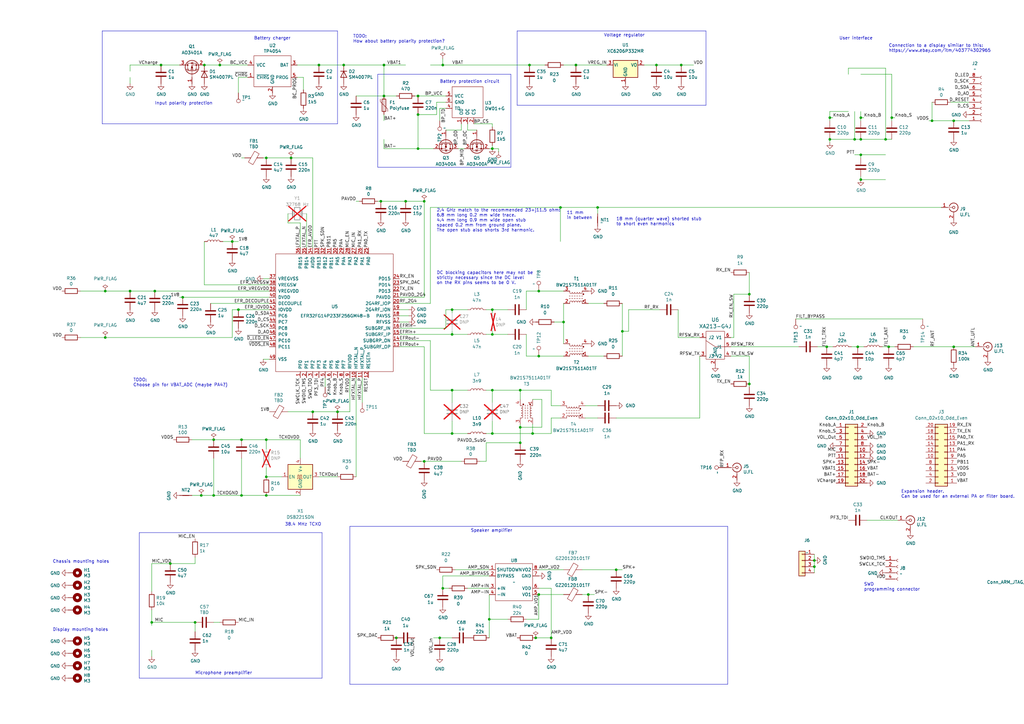
<source format=kicad_sch>
(kicad_sch (version 20230121) (generator eeschema)
  (paper "A3")
  (junction (at 109.22 180.34))
  (junction (at 171.45 60.96))
  (junction (at 382.27 49.53))
  (junction (at 353.06 48.26))
  (junction (at 241.3 243.84))
  (junction (at 353.06 63.5))
  (junction (at 140.97 26.67))
  (junction (at 201.93 177.8))
  (junction (at 201.93 127))
  (junction (at 439.42 252.73))
  (junction (at 173.99 82.55))
  (junction (at 364.49 142.24))
  (junction (at 213.36 160.02))
  (junction (at 213.36 181.61))
  (junction (at 350.52 57.15))
  (junction (at 217.17 26.67))
  (junction (at 74.93 121.92))
  (junction (at 353.06 73.66))
  (junction (at 219.71 261.62))
  (junction (at 109.22 195.58))
  (junction (at 53.34 119.38))
  (junction (at 226.06 261.62))
  (junction (at 245.11 85.09))
  (junction (at 171.45 46.99))
  (junction (at 82.55 203.2))
  (junction (at 340.36 57.15))
  (junction (at 119.38 64.77))
  (junction (at 43.18 138.43))
  (junction (at 363.22 57.15))
  (junction (at 220.98 243.84))
  (junction (at 87.63 180.34))
  (junction (at 99.06 180.34))
  (junction (at 157.48 39.37))
  (junction (at 173.99 189.23))
  (junction (at 391.16 49.53))
  (junction (at 181.61 241.3))
  (junction (at 62.23 255.27))
  (junction (at 307.34 157.48))
  (junction (at 128.27 168.91))
  (junction (at 162.56 261.62))
  (junction (at 109.22 64.77))
  (junction (at 220.98 146.05))
  (junction (at 365.76 48.26))
  (junction (at 279.4 26.67))
  (junction (at 201.93 60.96))
  (junction (at 213.36 175.26))
  (junction (at 109.22 203.2))
  (junction (at 200.66 254))
  (junction (at 231.14 132.08))
  (junction (at 391.16 142.24))
  (junction (at 185.42 137.16))
  (junction (at 269.24 26.67))
  (junction (at 351.79 142.24))
  (junction (at 95.25 99.06))
  (junction (at 334.01 229.87))
  (junction (at 80.01 255.27))
  (junction (at 185.42 127))
  (junction (at 201.93 160.02))
  (junction (at 87.63 203.2))
  (junction (at 63.5 119.38))
  (junction (at 353.06 57.15))
  (junction (at 185.42 177.8))
  (junction (at 90.17 26.67))
  (junction (at 255.27 135.89))
  (junction (at 218.44 177.8))
  (junction (at 339.09 142.24))
  (junction (at 130.81 26.67))
  (junction (at 156.21 82.55))
  (junction (at 66.04 26.67))
  (junction (at 236.22 26.67))
  (junction (at 198.12 -21.59))
  (junction (at 83.82 26.67))
  (junction (at 138.43 168.91))
  (junction (at 69.85 231.14))
  (junction (at 334.01 232.41))
  (junction (at 340.36 48.26))
  (junction (at 180.34 261.62))
  (junction (at 185.42 160.02))
  (junction (at 166.37 82.55))
  (junction (at 201.93 137.16))
  (junction (at 220.98 119.38))
  (junction (at 252.73 233.68))
  (junction (at 157.48 26.67))
  (junction (at 97.79 127))
  (junction (at 171.45 39.37))
  (junction (at 198.12 -29.21))
  (junction (at 99.06 203.2))
  (junction (at 43.18 119.38))
  (junction (at 307.34 120.65))
  (junction (at 229.87 85.09))
  (junction (at 181.61 26.67))
  (wire (pts (xy 350.52 57.15) (xy 353.06 57.15)))
  (wire (pts (xy 240.03 166.37) (xy 245.11 166.37)))
  (wire (pts (xy 299.72 142.24) (xy 327.66 142.24)))
  (wire (pts (xy 307.34 146.05) (xy 299.72 146.05)))
  (wire (pts (xy 220.98 146.05) (xy 231.14 146.05)))
  (wire (pts (xy 138.43 195.58) (xy 130.81 195.58)))
  (polyline (pts (xy 57.15 218.44) (xy 132.08 218.44)))
  (wire (pts (xy 157.48 26.67) (xy 166.37 26.67)))
  (polyline (pts (xy 138.43 12.7) (xy 138.43 50.8)))
  (polyline (pts (xy 212.09 43.18) (xy 289.56 43.18)))
  (wire (pts (xy 163.83 134.62) (xy 182.88 134.62)))
  (wire (pts (xy 307.34 111.76) (xy 307.34 120.65)))
  (wire (pts (xy 128.27 168.91) (xy 138.43 168.91)))
  (wire (pts (xy 353.06 64.77) (xy 353.06 63.5)))
  (wire (pts (xy 53.34 119.38) (xy 63.5 119.38)))
  (wire (pts (xy 181.61 236.22) (xy 200.66 236.22)))
  (wire (pts (xy 201.93 137.16) (xy 208.28 137.16)))
  (wire (pts (xy 53.34 26.67) (xy 66.04 26.67)))
  (wire (pts (xy 279.4 26.67) (xy 284.48 26.67)))
  (wire (pts (xy 220.98 233.68) (xy 231.14 233.68)))
  (wire (pts (xy 245.11 85.09) (xy 386.08 85.09)))
  (wire (pts (xy 365.76 57.15) (xy 363.22 57.15)))
  (wire (pts (xy 300.99 120.65) (xy 307.34 120.65)))
  (wire (pts (xy 236.22 26.67) (xy 248.92 26.67)))
  (wire (pts (xy 340.36 45.72) (xy 347.98 45.72)))
  (wire (pts (xy 222.25 163.83) (xy 222.25 175.26)))
  (wire (pts (xy 156.21 82.55) (xy 154.94 82.55)))
  (wire (pts (xy 252.73 171.45) (xy 287.02 171.45)))
  (wire (pts (xy 200.66 254) (xy 208.28 254)))
  (wire (pts (xy 109.22 191.77) (xy 109.22 195.58)))
  (wire (pts (xy 123.19 91.44) (xy 123.19 101.6)))
  (wire (pts (xy 181.61 241.3) (xy 184.15 241.3)))
  (wire (pts (xy 185.42 160.02) (xy 185.42 165.1)))
  (wire (pts (xy 185.42 128.27) (xy 185.42 127)))
  (wire (pts (xy 204.47 62.23) (xy 204.47 60.96)))
  (wire (pts (xy 62.23 231.14) (xy 69.85 231.14)))
  (wire (pts (xy 220.98 243.84) (xy 231.14 243.84)))
  (wire (pts (xy 213.36 181.61) (xy 199.39 181.61)))
  (wire (pts (xy 185.42 135.89) (xy 185.42 137.16)))
  (wire (pts (xy 119.38 64.77) (xy 128.27 64.77)))
  (wire (pts (xy 143.51 168.91) (xy 138.43 168.91)))
  (wire (pts (xy 199.39 160.02) (xy 201.93 160.02)))
  (wire (pts (xy 109.22 64.77) (xy 119.38 64.77)))
  (wire (pts (xy 62.23 269.24) (xy 62.23 266.7)))
  (wire (pts (xy 182.88 127) (xy 185.42 127)))
  (wire (pts (xy 339.09 142.24) (xy 341.63 142.24)))
  (wire (pts (xy 196.85 189.23) (xy 199.39 189.23)))
  (wire (pts (xy 255.27 135.89) (xy 257.81 135.89)))
  (wire (pts (xy 43.18 138.43) (xy 95.25 138.43)))
  (wire (pts (xy 218.44 173.99) (xy 218.44 177.8)))
  (wire (pts (xy 173.99 82.55) (xy 173.99 121.92)))
  (wire (pts (xy 269.24 26.67) (xy 279.4 26.67)))
  (wire (pts (xy 334.01 229.87) (xy 334.01 232.41)))
  (wire (pts (xy 218.44 177.8) (xy 226.06 177.8)))
  (wire (pts (xy 220.98 254) (xy 215.9 254)))
  (wire (pts (xy 215.9 127) (xy 215.9 119.38)))
  (wire (pts (xy 218.44 163.83) (xy 222.25 163.83)))
  (wire (pts (xy 391.16 49.53) (xy 397.51 49.53)))
  (wire (pts (xy 156.21 82.55) (xy 166.37 82.55)))
  (wire (pts (xy 381 49.53) (xy 382.27 49.53)))
  (wire (pts (xy 130.81 26.67) (xy 140.97 26.67)))
  (wire (pts (xy 219.71 261.62) (xy 226.06 261.62)))
  (wire (pts (xy 173.99 121.92) (xy 163.83 121.92)))
  (wire (pts (xy 171.45 46.99) (xy 171.45 60.96)))
  (polyline (pts (xy 143.51 280.67) (xy 143.51 215.9)))
  (wire (pts (xy 109.22 180.34) (xy 99.06 180.34)))
  (wire (pts (xy 143.51 154.94) (xy 143.51 168.91)))
  (wire (pts (xy 124.46 31.75) (xy 121.92 31.75)))
  (wire (pts (xy 148.59 165.1) (xy 148.59 154.94)))
  (wire (pts (xy 229.87 166.37) (xy 226.06 166.37)))
  (wire (pts (xy 229.87 85.09) (xy 229.87 99.06)))
  (wire (pts (xy 163.83 129.54) (xy 167.64 129.54)))
  (polyline (pts (xy 298.45 215.9) (xy 298.45 280.67)))
  (wire (pts (xy 182.88 127) (xy 182.88 134.62)))
  (wire (pts (xy 80.01 259.08) (xy 80.01 255.27)))
  (wire (pts (xy 173.99 177.8) (xy 185.42 177.8)))
  (wire (pts (xy 63.5 119.38) (xy 110.49 119.38)))
  (wire (pts (xy 354.33 48.26) (xy 353.06 48.26)))
  (wire (pts (xy 238.76 243.84) (xy 241.3 243.84)))
  (wire (pts (xy 172.72 189.23) (xy 173.99 189.23)))
  (wire (pts (xy 353.06 57.15) (xy 363.22 57.15)))
  (wire (pts (xy 351.79 -21.59) (xy 354.33 -21.59)))
  (wire (pts (xy 185.42 137.16) (xy 191.77 137.16)))
  (wire (pts (xy 353.06 49.53) (xy 353.06 48.26)))
  (wire (pts (xy 185.42 177.8) (xy 185.42 172.72)))
  (wire (pts (xy 33.02 138.43) (xy 43.18 138.43)))
  (wire (pts (xy 201.93 135.89) (xy 201.93 137.16)))
  (wire (pts (xy 83.82 116.84) (xy 110.49 116.84)))
  (wire (pts (xy 201.93 177.8) (xy 218.44 177.8)))
  (wire (pts (xy 163.83 127) (xy 167.64 127)))
  (wire (pts (xy 82.55 203.2) (xy 87.63 203.2)))
  (wire (pts (xy 166.37 82.55) (xy 173.99 82.55)))
  (wire (pts (xy 78.74 180.34) (xy 87.63 180.34)))
  (wire (pts (xy 109.22 203.2) (xy 123.19 203.2)))
  (wire (pts (xy 189.23 53.34) (xy 182.88 53.34)))
  (wire (pts (xy 123.19 187.96) (xy 123.19 180.34)))
  (wire (pts (xy 213.36 173.99) (xy 213.36 175.26)))
  (wire (pts (xy 204.47 60.96) (xy 201.93 60.96)))
  (wire (pts (xy 185.42 127) (xy 191.77 127)))
  (wire (pts (xy 62.23 250.19) (xy 62.23 255.27)))
  (wire (pts (xy 69.85 231.14) (xy 80.01 231.14)))
  (wire (pts (xy 86.36 124.46) (xy 110.49 124.46)))
  (wire (pts (xy 307.34 146.05) (xy 307.34 157.48)))
  (wire (pts (xy 201.93 172.72) (xy 201.93 177.8)))
  (wire (pts (xy 207.01 -29.21) (xy 198.12 -29.21)))
  (wire (pts (xy 99.06 187.96) (xy 99.06 203.2)))
  (wire (pts (xy 278.13 138.43) (xy 278.13 127)))
  (polyline (pts (xy 57.15 278.13) (xy 57.15 218.44)))
  (wire (pts (xy 181.61 26.67) (xy 217.17 26.67)))
  (wire (pts (xy 109.22 184.15) (xy 109.22 180.34)))
  (wire (pts (xy 173.99 189.23) (xy 189.23 189.23)))
  (wire (pts (xy 365.76 48.26) (xy 367.03 48.26)))
  (wire (pts (xy 340.36 49.53) (xy 340.36 48.26)))
  (wire (pts (xy 201.93 160.02) (xy 213.36 160.02)))
  (wire (pts (xy 350.52 45.72) (xy 350.52 57.15)))
  (wire (pts (xy 349.25 142.24) (xy 351.79 142.24)))
  (wire (pts (xy 200.66 243.84) (xy 200.66 254)))
  (polyline (pts (xy 209.55 30.48) (xy 209.55 68.58)))
  (wire (pts (xy 187.96 60.96) (xy 190.5 60.96)))
  (wire (pts (xy 171.45 60.96) (xy 157.48 60.96)))
  (wire (pts (xy 157.48 49.53) (xy 157.48 46.99)))
  (wire (pts (xy 128.27 168.91) (xy 118.11 168.91)))
  (wire (pts (xy 436.88 252.73) (xy 439.42 252.73)))
  (wire (pts (xy 353.06 30.48) (xy 365.76 30.48)))
  (wire (pts (xy 133.35 154.94) (xy 133.35 158.75)))
  (wire (pts (xy 97.79 127) (xy 110.49 127)))
  (wire (pts (xy 157.48 39.37) (xy 157.48 26.67)))
  (wire (pts (xy 177.8 261.62) (xy 180.34 261.62)))
  (polyline (pts (xy 132.08 278.13) (xy 57.15 278.13)))
  (wire (pts (xy 62.23 255.27) (xy 80.01 255.27)))
  (wire (pts (xy 83.82 99.06) (xy 83.82 116.84)))
  (wire (pts (xy 299.72 138.43) (xy 300.99 138.43)))
  (wire (pts (xy 180.34 44.45) (xy 182.88 44.45)))
  (polyline (pts (xy 154.94 68.58) (xy 154.94 30.48)))
  (wire (pts (xy 287.02 146.05) (xy 287.02 171.45)))
  (wire (pts (xy 181.61 241.3) (xy 181.61 236.22)))
  (wire (pts (xy 146.05 39.37) (xy 157.48 39.37)))
  (wire (pts (xy 351.79 142.24) (xy 354.33 142.24)))
  (wire (pts (xy 391.16 142.24) (xy 400.05 142.24)))
  (wire (pts (xy 176.53 139.7) (xy 176.53 160.02)))
  (wire (pts (xy 189.23 50.8) (xy 189.23 53.34)))
  (wire (pts (xy 374.65 142.24) (xy 391.16 142.24)))
  (polyline (pts (xy 154.94 30.48) (xy 209.55 30.48)))
  (wire (pts (xy 201.93 50.8) (xy 201.93 52.07)))
  (wire (pts (xy 43.18 119.38) (xy 53.34 119.38)))
  (wire (pts (xy 99.06 203.2) (xy 109.22 203.2)))
  (wire (pts (xy 97.79 38.1) (xy 97.79 31.75)))
  (wire (pts (xy 176.53 85.09) (xy 229.87 85.09)))
  (wire (pts (xy 191.77 177.8) (xy 185.42 177.8)))
  (wire (pts (xy 326.39 130.81) (xy 378.46 130.81)))
  (wire (pts (xy 231.14 132.08) (xy 231.14 140.97)))
  (wire (pts (xy 128.27 101.6) (xy 128.27 64.77)))
  (wire (pts (xy 382.27 49.53) (xy 382.27 41.91)))
  (wire (pts (xy 353.06 72.39) (xy 353.06 73.66)))
  (wire (pts (xy 227.33 132.08) (xy 231.14 132.08)))
  (polyline (pts (xy 298.45 280.67) (xy 143.51 280.67)))
  (wire (pts (xy 199.39 181.61) (xy 199.39 189.23)))
  (wire (pts (xy 255.27 135.89) (xy 255.27 146.05)))
  (wire (pts (xy 125.73 101.6) (xy 125.73 87.63)))
  (wire (pts (xy 335.28 142.24) (xy 339.09 142.24)))
  (wire (pts (xy 361.95 142.24) (xy 364.49 142.24)))
  (wire (pts (xy 257.81 135.89) (xy 257.81 127)))
  (wire (pts (xy 245.11 87.63) (xy 245.11 85.09)))
  (wire (pts (xy 353.06 48.26) (xy 353.06 45.72)))
  (wire (pts (xy 62.23 231.14) (xy 62.23 242.57)))
  (wire (pts (xy 363.22 73.66) (xy 353.06 73.66)))
  (wire (pts (xy 213.36 163.83) (xy 213.36 160.02)))
  (wire (pts (xy 118.11 87.63) (xy 118.11 91.44)))
  (wire (pts (xy 95.25 127) (xy 97.79 127)))
  (wire (pts (xy 334.01 227.33) (xy 334.01 229.87)))
  (wire (pts (xy 238.76 233.68) (xy 252.73 233.68)))
  (wire (pts (xy 140.97 26.67) (xy 157.48 26.67)))
  (wire (pts (xy 198.12 -21.59) (xy 207.01 -21.59)))
  (wire (pts (xy 163.83 132.08) (xy 167.64 132.08)))
  (wire (pts (xy 78.74 203.2) (xy 82.55 203.2)))
  (wire (pts (xy 220.98 119.38) (xy 231.14 119.38)))
  (wire (pts (xy 340.36 48.26) (xy 340.36 45.72)))
  (wire (pts (xy 121.92 26.67) (xy 130.81 26.67)))
  (wire (pts (xy 99.06 180.34) (xy 87.63 180.34)))
  (wire (pts (xy 80.01 228.6) (xy 80.01 231.14)))
  (wire (pts (xy 179.07 46.99) (xy 171.45 46.99)))
  (wire (pts (xy 200.66 254) (xy 200.66 261.62)))
  (wire (pts (xy 226.06 171.45) (xy 229.87 171.45)))
  (wire (pts (xy 377.19 -21.59) (xy 381 -21.59)))
  (wire (pts (xy 66.04 26.67) (xy 73.66 26.67)))
  (wire (pts (xy 201.93 160.02) (xy 201.93 165.1)))
  (wire (pts (xy 365.76 49.53) (xy 365.76 48.26)))
  (wire (pts (xy 377.19 -13.97) (xy 386.08 -13.97)))
  (wire (pts (xy 226.06 177.8) (xy 226.06 171.45)))
  (wire (pts (xy 74.93 121.92) (xy 73.66 121.92)))
  (wire (pts (xy 176.53 26.67) (xy 181.61 26.67)))
  (wire (pts (xy 307.34 157.48) (xy 307.34 158.75)))
  (wire (pts (xy 341.63 48.26) (xy 340.36 48.26)))
  (wire (pts (xy 191.77 241.3) (xy 200.66 241.3)))
  (wire (pts (xy 389.89 41.91) (xy 397.51 41.91)))
  (wire (pts (xy 220.98 243.84) (xy 220.98 254)))
  (wire (pts (xy 182.88 41.91) (xy 179.07 41.91)))
  (wire (pts (xy 177.8 60.96) (xy 171.45 60.96)))
  (wire (pts (xy 176.53 85.09) (xy 176.53 124.46)))
  (wire (pts (xy 124.46 36.83) (xy 124.46 31.75)))
  (wire (pts (xy 355.6 213.36) (xy 368.3 213.36)))
  (wire (pts (xy 87.63 203.2) (xy 99.06 203.2)))
  (wire (pts (xy 191.77 50.8) (xy 191.77 53.34)))
  (polyline (pts (xy 41.91 12.7) (xy 138.43 12.7)))
  (wire (pts (xy 215.9 146.05) (xy 220.98 146.05)))
  (wire (pts (xy 179.07 41.91) (xy 179.07 46.99)))
  (wire (pts (xy 229.87 85.09) (xy 245.11 85.09)))
  (wire (pts (xy 215.9 137.16) (xy 215.9 146.05)))
  (polyline (pts (xy 209.55 68.58) (xy 154.94 68.58)))
  (wire (pts (xy 351.79 -13.97) (xy 359.41 -13.97)))
  (wire (pts (xy 264.16 26.67) (xy 269.24 26.67)))
  (wire (pts (xy 176.53 160.02) (xy 185.42 160.02)))
  (wire (pts (xy 213.36 175.26) (xy 222.25 175.26)))
  (wire (pts (xy 194.31 50.8) (xy 201.93 50.8)))
  (wire (pts (xy 62.23 255.27) (xy 62.23 256.54)))
  (wire (pts (xy 226.06 261.62) (xy 226.06 241.3)))
  (wire (pts (xy 340.36 58.42) (xy 340.36 57.15)))
  (wire (pts (xy 53.34 34.29) (xy 53.34 31.75)))
  (wire (pts (xy 185.42 137.16) (xy 163.83 137.16)))
  (wire (pts (xy 231.14 26.67) (xy 236.22 26.67)))
  (wire (pts (xy 109.22 195.58) (xy 115.57 195.58)))
  (wire (pts (xy 173.99 142.24) (xy 173.99 177.8)))
  (wire (pts (xy 213.36 175.26) (xy 213.36 181.61)))
  (wire (pts (xy 173.99 142.24) (xy 163.83 142.24)))
  (wire (pts (xy 33.02 119.38) (xy 43.18 119.38)))
  (wire (pts (xy 240.03 171.45) (xy 245.11 171.45)))
  (wire (pts (xy 201.93 128.27) (xy 201.93 127)))
  (wire (pts (xy 95.25 99.06) (xy 97.79 99.06)))
  (polyline (pts (xy 138.43 50.8) (xy 41.91 50.8)))
  (wire (pts (xy 217.17 26.67) (xy 223.52 26.67)))
  (wire (pts (xy 87.63 187.96) (xy 87.63 203.2)))
  (wire (pts (xy 109.22 180.34) (xy 123.19 180.34)))
  (wire (pts (xy 201.93 59.69) (xy 201.93 60.96)))
  (wire (pts (xy 176.53 124.46) (xy 163.83 124.46)))
  (wire (pts (xy 87.63 255.27) (xy 90.17 255.27)))
  (wire (pts (xy 350.52 63.5) (xy 353.06 63.5)))
  (wire (pts (xy 181.61 24.13) (xy 181.61 26.67)))
  (wire (pts (xy 226.06 241.3) (xy 220.98 241.3)))
  (wire (pts (xy 107.95 147.32) (xy 110.49 147.32)))
  (wire (pts (xy 97.79 31.75) (xy 101.6 31.75)))
  (wire (pts (xy 199.39 177.8) (xy 201.93 177.8)))
  (wire (pts (xy 180.34 49.53) (xy 180.34 44.45)))
  (wire (pts (xy 300.99 138.43) (xy 300.99 120.65)))
  (wire (pts (xy 53.34 26.67) (xy 53.34 29.21)))
  (wire (pts (xy 74.93 121.92) (xy 110.49 121.92)))
  (polyline (pts (xy 41.91 50.8) (xy 41.91 12.7)))
  (wire (pts (xy 252.73 233.68) (xy 255.27 233.68)))
  (wire (pts (xy 109.22 64.77) (xy 107.95 64.77)))
  (wire (pts (xy 186.69 233.68) (xy 200.66 233.68)))
  (wire (pts (xy 118.11 91.44) (xy 123.19 91.44)))
  (wire (pts (xy 215.9 119.38) (xy 220.98 119.38)))
  (polyline (pts (xy 132.08 218.44) (xy 132.08 278.13)))
  (wire (pts (xy 347.98 27.94) (xy 347.98 30.48)))
  (wire (pts (xy 191.77 53.34) (xy 195.58 53.34)))
  (wire (pts (xy 176.53 139.7) (xy 163.83 139.7)))
  (wire (pts (xy 241.3 243.84) (xy 243.84 243.84)))
  (wire (pts (xy 241.3 124.46) (xy 247.65 124.46)))
  (wire (pts (xy 241.3 146.05) (xy 247.65 146.05)))
  (wire (pts (xy 201.93 137.16) (xy 199.39 137.16)))
  (wire (pts (xy 287.02 138.43) (xy 278.13 138.43)))
  (wire (pts (xy 340.36 57.15) (xy 350.52 57.15)))
  (wire (pts (xy 90.17 26.67) (xy 83.82 26.67)))
  (wire (pts (xy 334.01 232.41) (xy 334.01 234.95)))
  (polyline (pts (xy 143.51 215.9) (xy 298.45 215.9)))
  (wire (pts (xy 353.06 63.5) (xy 363.22 63.5)))
  (wire (pts (xy 180.34 261.62) (xy 185.42 261.62)))
  (wire (pts (xy 162.56 39.37) (xy 157.48 39.37)))
  (wire (pts (xy 363.22 27.94) (xy 363.22 57.15)))
  (wire (pts (xy 226.06 160.02) (xy 213.36 160.02)))
  (wire (pts (xy 99.06 64.77) (xy 100.33 64.77)))
  (wire (pts (xy 365.76 48.26) (xy 365.76 30.48)))
  (wire (pts (xy 201.93 127) (xy 199.39 127)))
  (wire (pts (xy 226.06 166.37) (xy 226.06 160.02)))
  (polyline (pts (xy 289.56 12.7) (xy 212.09 12.7)))
  (wire (pts (xy 101.6 26.67) (xy 90.17 26.67)))
  (wire (pts (xy 231.14 124.46) (xy 231.14 132.08)))
  (wire (pts (xy 171.45 39.37) (xy 182.88 39.37)))
  (wire (pts (xy 363.22 27.94) (xy 347.98 27.94)))
  (wire (pts (xy 191.77 160.02) (xy 185.42 160.02)))
  (wire (pts (xy 201.93 60.96) (xy 200.66 60.96)))
  (wire (pts (xy 382.27 49.53) (xy 391.16 49.53)))
  (polyline (pts (xy 289.56 43.18) (xy 289.56 12.7)))
  (wire (pts (xy 146.05 82.55) (xy 147.32 82.55)))
  (wire (pts (xy 257.81 127) (xy 270.51 127)))
  (wire (pts (xy 364.49 142.24) (xy 367.03 142.24)))
  (wire (pts (xy 201.93 127) (xy 208.28 127)))
  (wire (pts (xy 95.25 138.43) (xy 95.25 127)))
  (wire (pts (xy 255.27 124.46) (xy 255.27 135.89)))
  (polyline (pts (xy 212.09 12.7) (xy 212.09 43.18)))
  (wire (pts (xy 170.18 39.37) (xy 171.45 39.37)))
  (wire (pts (xy 107.95 114.3) (xy 110.49 114.3)))
  (wire (pts (xy 146.05 195.58) (xy 146.05 154.94)))
  (wire (pts (xy 95.25 99.06) (xy 91.44 99.06)))
  (wire (pts (xy 157.48 60.96) (xy 157.48 57.15)))
  (text "Voltage regulator" (at 247.65 15.24 0) (effects (font (size 1.27 1.27)) (justify left bottom)))
  (text "SWD\nprogramming connector" (at 354.33 242.57 0) (effects (font (size 1.27 1.27)) (justify left bottom)))
  (text "Battery protection circuit" (at 180.34 34.29 0) (effects (font (size 1.27 1.27)) (justify left bottom)))
  (text "Input polarity protection" (at 63.5 43.18 0) (effects (font (size 1.27 1.27)) (justify left bottom)))
  (text "11 mm\nin between" (at 232.41 90.17 0) (effects (font (size 1.27 1.27)) (justify left bottom)))
  (text "DC blocking capacitors here may not be\nstrictly necessary since the DC level\non the RX pins seems to be 0 V." (at 179.07 116.84 0) (effects (font (size 1.27 1.27)) (justify left bottom)))
  (text "TODO: make pads wider in footprint\nto match datasheet layout" (at 444.5 256.54 0) (effects (font (size 1.27 1.27)) (justify left bottom)))
  (text "38.4 MHz TCXO" (at 116.84 215.9 0) (effects (font (size 1.27 1.27)) (justify left bottom)))
  (text "Battery charger" (at 104.14 16.51 0) (effects (font (size 1.27 1.27)) (justify left bottom)))
  (text "TODO:\nHow about battery polarity protection?" (at 144.78 17.78 0) (effects (font (size 1.27 1.27)) (justify left bottom)))
  (text "Display mounting holes" (at 21.59 259.08 0) (effects (font (size 1.27 1.27)) (justify left bottom)))
  (text "Speaker amplifier" (at 193.04 218.44 0) (effects (font (size 1.27 1.27)) (justify left bottom)))
  (text "Connection to a display similar to this:\nhttps://www.ebay.com/itm/403774302965" (at 364.49 21.59 0) (effects (font (size 1.27 1.27)) (justify left bottom)))
  (text "TODO:\nChoose pin for VBAT_ADC (maybe PA4?)" (at 54.61 158.75 0) (effects (font (size 1.27 1.27)) (justify left bottom)))
  (text "User interface" (at 344.17 16.51 0) (effects (font (size 1.27 1.27)) (justify left bottom)))
  (text "Microphone preamplifier" (at 80.01 276.86 0) (effects (font (size 1.27 1.27)) (justify left bottom)))
  (text "Chassis mounting holes" (at 21.59 231.14 0) (effects (font (size 1.27 1.27)) (justify left bottom)))
  (text "2.4 GHz match to the recommended 23+j11.5 ohm:\n6.8 mm long 0.2 mm wide trace.\n4.4 mm long 0.9 mm wide open stub\nspaced 0.2 mm from ground plane.\nThe open stub also shorts 3rd harmonic." (at 179.07 95.25 0) (effects (font (size 1.27 1.27)) (justify left bottom)))
  (text "18 mm (quarter wave) shorted stub\nto short even harmonics" (at 252.73 92.71 0) (effects (font (size 1.27 1.27)) (justify left bottom)))
  (text "Expansion header.\nCan be used for an external PA or filter board." (at 369.57 204.47 0) (effects (font (size 1.27 1.27)) (justify left bottom)))
  (label "D_CS" (at 397.51 44.45 180))
  (label "EFR_VREGVDD" (at 110.49 119.38 180))
  (label "PTT" (at 342.9 187.96 180))
  (label "PA1_RX" (at 392.43 182.88 0))
  (label "BAT-" (at 157.48 60.96 0))
  (label "RX_EN_SW" (at 300.99 120.65 270))
  (label "VOL_Out" (at 170.18 261.62 270))
  (label "EFRin-" (at 163.83 134.62 0))
  (label "D_SDA" (at 110.49 129.54 180))
  (label "LFXTAL_N" (at 125.73 101.6 90))
  (label "~{D_LED_EN}" (at 386.08 -13.97 270))
  (label "PTT" (at 350.52 63.5 180))
  (label "VDD" (at 99.06 64.77 180))
  (label "D_AO" (at 110.49 137.16 180))
  (label "SPK-" (at 243.84 243.84 0))
  (label "SPK_DAC" (at 163.83 116.84 0))
  (label "AMP+IN" (at 200.66 241.3 180))
  (label "PF4" (at 133.35 154.94 270))
  (label "VDD" (at 284.48 26.67 0))
  (label "VDDS" (at 392.43 193.04 0))
  (label "VDDS" (at 71.12 180.34 180))
  (label "TX_EN" (at 163.83 119.38 0))
  (label "BC_VCC" (at 101.6 26.67 180))
  (label "VREG_IN" (at 248.92 26.67 180))
  (label "AMP_VDD" (at 226.06 260.35 0))
  (label "PTT" (at 130.81 101.6 90))
  (label "BP_MID" (at 190.5 60.96 270))
  (label "Knob_A" (at 342.9 175.26 180))
  (label "PAVDD_SubG" (at 199.39 181.61 180))
  (label "RF_2G4" (at 163.83 124.46 0))
  (label "TX_EN_SW" (at 299.72 146.05 0))
  (label "D_SDA" (at 397.51 36.83 180))
  (label "SWDIO_TMS" (at 125.73 154.94 270))
  (label "BP_OC" (at 191.77 53.34 270))
  (label "SWCLK_TCK" (at 123.19 154.94 270))
  (label "EFR_AVDD" (at 128.27 101.6 90))
  (label "MIC_IN" (at 97.79 255.27 0))
  (label "EFR_IOVDD" (at 110.49 127 180))
  (label "PA4" (at 392.43 185.42 0))
  (label "MIC_EN" (at 80.01 220.98 180))
  (label "BP_VCC" (at 181.61 39.37 180))
  (label "Knob_S" (at 367.03 48.26 0))
  (label "PA5" (at 392.43 187.96 0))
  (label "SPK-" (at 355.6 190.5 0))
  (label "VDDS" (at 364.49 -21.59 0))
  (label "EFRout-" (at 163.83 139.7 0))
  (label "PB11" (at 392.43 190.5 0))
  (label "EFR_VREGSW" (at 110.49 116.84 180))
  (label "MIC_EN" (at 143.51 101.6 90))
  (label "VBAT" (at 212.09 261.62 180))
  (label "AMP-IN" (at 200.66 243.84 180))
  (label "VOL_In" (at 355.6 180.34 0))
  (label "VOL_In" (at 177.8 261.62 270))
  (label "SWO_TDO" (at 452.12 240.03 0))
  (label "D_SCK" (at 110.49 134.62 180))
  (label "FILT_BYPASS" (at 326.39 130.81 0))
  (label "TCXOGND" (at 88.9 203.2 0))
  (label "FILT_ANT" (at 364.49 142.24 90))
  (label "SWDIO_TMS" (at 363.22 229.87 180))
  (label "VBAT" (at 198.12 -46.99 180))
  (label "VDD" (at 392.43 195.58 0))
  (label "VDD" (at 25.4 119.38 180))
  (label "MIC" (at 63.5 255.27 0))
  (label "MIC" (at 342.9 185.42 180))
  (label "LFXTAL_P" (at 123.19 101.6 90))
  (label "RFP_RX" (at 297.18 191.77 90))
  (label "RESET" (at 452.12 229.87 0))
  (label "PAVDD_2G4" (at 163.83 121.92 0))
  (label "VOL_Out" (at 342.9 180.34 180))
  (label "BC_PROG" (at 121.92 31.75 270))
  (label "EFRout+" (at 163.83 142.24 0))
  (label "VDD" (at 439.42 222.25 180))
  (label "VBAT" (at 185.42 26.67 0))
  (label "MIC_VDD" (at 62.23 231.14 0))
  (label "SWO_TDO" (at 128.27 154.94 270))
  (label "VDD" (at 351.79 -21.59 180))
  (label "RFSW_TX" (at 287.02 146.05 180))
  (label "~{VDDS_EN}" (at 110.49 142.24 180))
  (label "SWDIO_TMS" (at 452.12 237.49 0))
  (label "SPK_SDN" (at 133.35 101.6 90))
  (label "PB11" (at 135.89 101.6 90))
  (label "PAVDD" (at 175.26 189.23 0))
  (label "RX_EN" (at 299.72 111.76 180))
  (label "RFSW_TRX" (at 299.72 142.24 0))
  (label "RF_ANT" (at 383.54 142.24 90))
  (label "RESET" (at 151.13 154.94 270))
  (label "SPK+" (at 255.27 233.68 0))
  (label "BAT+" (at 342.9 195.58 180))
  (label "Knob_S" (at 140.97 154.94 270))
  (label "SPK_DAC" (at 154.94 261.62 180))
  (label "VDD" (at 165.1 189.23 180))
  (label "HFXTAL_N" (at 146.05 154.94 270))
  (label "VCharge" (at 64.77 26.67 180))
  (label "BAT+" (at 157.48 49.53 0))
  (label "1V8" (at 73.66 121.92 180))
  (label "D_LED" (at 391.16 -21.59 0))
  (label "VBAT_ADC" (at 207.01 -29.21 0))
  (label "VBAT1" (at 158.75 26.67 0))
  (label "PA0_TX" (at 151.13 101.6 90))
  (label "D_SCK" (at 397.51 34.29 180))
  (label "Knob_A" (at 135.89 154.94 270))
  (label "ANT_UFL" (at 400.05 142.24 90))
  (label "Knob_S" (at 342.9 177.8 180))
  (label "Knob_B" (at 355.6 175.26 0))
  (label "MIC_IN" (at 146.05 101.6 90))
  (label "~{D_LED_EN}" (at 110.49 139.7 180))
  (label "D_LED" (at 397.51 31.75 180))
  (label "PF3_TDI" (at 130.81 154.94 270))
  (label "CLKOUT" (at 368.3 213.36 180))
  (label "BP_TD" (at 182.88 44.45 270))
  (label "SWCLK_TCK" (at 363.22 232.41 180))
  (label "PF3_TDI" (at 347.98 213.36 180))
  (label "AMP_SDN" (at 200.66 233.68 180))
  (label "RFVDD" (at 143.51 154.94 270))
  (label "1V8" (at 97.79 99.06 0))
  (label "PF3_TDI" (at 459.74 242.57 0))
  (label "VBAT" (at 392.43 198.12 0))
  (label "EFR_DECOUPLE" (at 110.49 124.46 180))
  (label "SPK_SDN" (at 179.07 233.68 180))
  (label "RF_RX" (at 264.16 127 0))
  (label "EFRin+" (at 163.83 137.16 0))
  (label "BAT-" (at 355.6 195.58 0))
  (label "SPK+" (at 342.9 190.5 180))
  (label "~{VDDS_EN}" (at 359.41 -13.97 270))
  (label "BP_OD" (at 187.96 53.34 270))
  (label "SWCLK_TCK" (at 452.12 234.95 0))
  (label "Knob_A" (at 341.63 48.26 0))
  (label "Knob_B" (at 138.43 154.94 270))
  (label "VDD" (at 377.19 -21.59 180))
  (label "VDDS" (at 190.5 -34.29 180))
  (label "RFSW_RX" (at 287.02 138.43 180))
  (label "TCXOout" (at 130.81 195.58 0))
  (label "PA5" (at 138.43 101.6 90))
  (label "PA4" (at 140.97 101.6 90))
  (label "TX_EN" (at 299.72 157.48 180))
  (label "D_CS" (at 110.49 132.08 180))
  (label "VBAT1" (at 342.9 193.04 180))
  (label "BP_CS" (at 194.31 50.8 0))
  (label "RX_EN" (at 392.43 175.26 0))
  (label "RX_EN" (at 163.83 114.3 0))
  (label "D_AO" (at 397.51 39.37 180))
  (label "Knob_B" (at 354.33 48.26 0))
  (label "VCharge" (at 342.9 198.12 180))
  (label "HFXTAL_P" (at 148.59 154.94 270))
  (label "PAVDD" (at 146.05 82.55 180))
  (label "TCXOVDD" (at 114.3 180.34 0))
  (label "~{CHRG}" (at 101.6 31.75 180))
  (label "VDDS" (at 381 49.53 180))
  (label "VDD" (at 363.22 237.49 180))
  (label "1V8" (at 110.49 168.91 180))
  (label "AMP_VO1" (at 220.98 243.84 270))
  (label "FILT_TRX" (at 339.09 142.24 90))
  (label "TX_EN" (at 392.43 177.8 0))
  (label "PA1_RX" (at 148.59 101.6 90))
  (label "AMP_BYPASS" (at 200.66 236.22 180))
  (label "PA0_TX" (at 392.43 180.34 0))
  (label "D_RESET" (at 397.51 41.91 180))
  (label "AMP_VO2" (at 220.98 233.68 0))
  (label "VDD" (at 25.4 138.43 180))
  (label "VBAT" (at 355.6 193.04 0))
  (symbol (lib_id "kapula:EFR32FG14_Dualband_QFN48") (at 137.16 128.27 90) (unit 1)
    (property "Reference" "U5" (at 135.89 125.73 90) (effects (justify right)))
    (property "Value" "EFR32FG14P233F256GM48-B" (at 123.19 129.54 90) (effects (justify right)))
    (property "Footprint" "Package_DFN_QFN:QFN-48-1EP_7x7mm_P0.5mm_EP5.3x5.3mm" (effects hide))
  )
  (symbol (lib_id "power:GND") (at 107.95 147.32 0) (unit 1)
    (property "Reference" "#PWR041" (effects hide))
    (property "Value" "GND" (at 108.077 151.7142 0))
  )
  (symbol (lib_id "Device:C") (at 97.79 130.81 0) (unit 1)
    (property "Reference" "C26" (at 100.711 129.6416 0) (effects (justify left)))
    (property "Value" "220n" (at 100.711 131.953 0) (effects (justify left)))
    (property "Footprint" "Capacitor_SMD:C_0402_1005Metric" (effects hide))
    (property "LCSC" "C16772" (effects hide))
  )
  (symbol (lib_id "power:GND") (at 97.79 134.62 0) (unit 1)
    (property "Reference" "#PWR037" (effects hide))
    (property "Value" "GND" (at 97.917 139.0142 0))
  )
  (symbol (lib_id "Device:C") (at 86.36 128.27 0) (unit 1)
    (property "Reference" "C25" (at 89.281 127.1016 0) (effects (justify left)))
    (property "Value" "1u" (at 89.281 129.413 0) (effects (justify left)))
    (property "Footprint" "Capacitor_SMD:C_0603_1608Metric" (effects hide))
    (property "LCSC" "C15849" (effects hide))
  )
  (symbol (lib_id "power:GND") (at 86.36 132.08 0) (unit 1)
    (property "Reference" "#PWR035" (effects hide))
    (property "Value" "GND" (at 86.487 136.4742 0))
  )
  (symbol (lib_id "Device:C") (at 74.93 125.73 0) (unit 1)
    (property "Reference" "C23" (at 77.851 124.5616 0) (effects (justify left)))
    (property "Value" "220n" (at 77.851 126.873 0) (effects (justify left)))
    (property "Footprint" "Capacitor_SMD:C_0402_1005Metric" (effects hide))
    (property "LCSC" "C16772" (effects hide))
  )
  (symbol (lib_id "power:GND") (at 74.93 129.54 0) (unit 1)
    (property "Reference" "#PWR032" (effects hide))
    (property "Value" "GND" (at 75.057 133.9342 0))
  )
  (symbol (lib_id "Device:C") (at 63.5 123.19 0) (unit 1)
    (property "Reference" "C22" (at 66.421 122.0216 0) (effects (justify left)))
    (property "Value" "220n" (at 66.421 124.333 0) (effects (justify left)))
    (property "Footprint" "Capacitor_SMD:C_0402_1005Metric" (effects hide))
    (property "LCSC" "C16772" (effects hide))
  )
  (symbol (lib_id "power:GND") (at 63.5 127 0) (unit 1)
    (property "Reference" "#PWR029" (effects hide))
    (property "Value" "GND" (at 63.627 131.3942 0))
  )
  (symbol (lib_id "power:GND") (at 107.95 114.3 270) (unit 1)
    (property "Reference" "#PWR027" (effects hide))
    (property "Value" "GND" (at 104.6988 114.427 90) (effects (justify right)))
  )
  (symbol (lib_id "Device:L") (at 87.63 99.06 90) (unit 1)
    (property "Reference" "L1" (at 87.63 94.234 90))
    (property "Value" "4u7" (at 87.63 96.5454 90))
    (property "Footprint" "Inductor_SMD:L_1206_3216Metric" (effects hide))
    (property "Datasheet" "https://datasheet.lcsc.com/lcsc/2302231101_FH--Guangdong-Fenghua-Advanced-Tech-CMI321609U4R7KT_C1049.pdf" (effects hide))
    (property "LCSC" "C1049" (effects hide))
  )
  (symbol (lib_id "Device:C") (at 95.25 102.87 0) (unit 1)
    (property "Reference" "C18" (at 98.171 101.7016 0) (effects (justify left)))
    (property "Value" "4u7" (at 98.171 104.013 0) (effects (justify left)))
    (property "Footprint" "Capacitor_SMD:C_0805_2012Metric" (effects hide))
    (property "LCSC" "C1779" (effects hide))
  )
  (symbol (lib_id "power:GND") (at 95.25 106.68 0) (unit 1)
    (property "Reference" "#PWR025" (effects hide))
    (property "Value" "GND" (at 95.377 111.0742 0))
  )
  (symbol (lib_id "Device:C") (at 109.22 68.58 0) (unit 1)
    (property "Reference" "C14" (at 112.141 67.4116 0) (effects (justify left)))
    (property "Value" "4u7" (at 112.141 69.723 0) (effects (justify left)))
    (property "Footprint" "Capacitor_SMD:C_0805_2012Metric" (effects hide))
    (property "LCSC" "C1779" (effects hide))
  )
  (symbol (lib_id "power:GND") (at 109.22 72.39 0) (unit 1)
    (property "Reference" "#PWR021" (effects hide))
    (property "Value" "GND" (at 109.347 76.7842 0))
  )
  (symbol (lib_id "power:GND") (at 167.64 132.08 90) (unit 1)
    (property "Reference" "#PWR036" (effects hide))
    (property "Value" "GND" (at 170.8912 131.953 90) (effects (justify right)))
  )
  (symbol (lib_id "power:GND") (at 167.64 129.54 90) (unit 1)
    (property "Reference" "#PWR033" (effects hide))
    (property "Value" "GND" (at 170.8912 129.413 90) (effects (justify right)))
  )
  (symbol (lib_id "Device:C") (at 156.21 86.36 0) (unit 1)
    (property "Reference" "C16" (at 159.131 85.1916 0) (effects (justify left)))
    (property "Value" "220n" (at 159.131 87.503 0) (effects (justify left)))
    (property "Footprint" "Capacitor_SMD:C_0402_1005Metric" (effects hide))
    (property "LCSC" "C16772" (effects hide))
  )
  (symbol (lib_id "Device:C") (at 166.37 86.36 0) (unit 1)
    (property "Reference" "C17" (at 169.291 85.1916 0) (effects (justify left)))
    (property "Value" "15p" (at 169.291 87.503 0) (effects (justify left)))
    (property "Footprint" "Capacitor_SMD:C_0402_1005Metric" (effects hide))
    (property "LCSC" "C1548" (effects hide))
  )
  (symbol (lib_id "power:GND") (at 156.21 90.17 0) (unit 1)
    (property "Reference" "#PWR023" (effects hide))
    (property "Value" "GND" (at 156.337 94.5642 0))
  )
  (symbol (lib_id "power:GND") (at 166.37 90.17 0) (unit 1)
    (property "Reference" "#PWR024" (effects hide))
    (property "Value" "GND" (at 166.497 94.5642 0))
  )
  (symbol (lib_id "Device:C") (at 138.43 172.72 0) (unit 1)
    (property "Reference" "C43" (at 141.351 171.5516 0) (effects (justify left)))
    (property "Value" "220n" (at 141.351 173.863 0) (effects (justify left)))
    (property "Footprint" "Capacitor_SMD:C_0402_1005Metric" (effects hide))
    (property "LCSC" "C16772" (effects hide))
  )
  (symbol (lib_id "Device:C") (at 128.27 172.72 0) (unit 1)
    (property "Reference" "C42" (at 131.191 171.5516 0) (effects (justify left)))
    (property "Value" "1u" (at 131.191 173.863 0) (effects (justify left)))
    (property "Footprint" "Capacitor_SMD:C_0603_1608Metric" (effects hide))
    (property "LCSC" "C15849" (effects hide))
  )
  (symbol (lib_id "power:GND") (at 128.27 176.53 0) (unit 1)
    (property "Reference" "#PWR054" (effects hide))
    (property "Value" "GND" (at 128.397 180.9242 0))
  )
  (symbol (lib_id "power:GND") (at 138.43 176.53 0) (unit 1)
    (property "Reference" "#PWR055" (effects hide))
    (property "Value" "GND" (at 138.557 180.9242 0))
  )
  (symbol (lib_id "Oscillator:XO32") (at 123.19 195.58 0) (unit 1)
    (property "Reference" "X1" (at 121.92 209.55 0) (effects (justify left)))
    (property "Value" "DSB221SDN" (at 123.19 212.09 0))
    (property "Footprint" "Oscillator:Oscillator_SMD_SeikoEpson_SG210-4Pin_2.5x2.0mm_HandSoldering" (effects hide))
    (property "Datasheet" "https://datasheet.lcsc.com/szlcsc/1912111437_JGHC-TCO22384001805_C431173.pdf" (effects hide))
    (property "LCSC" "C190737" (effects hide))
  )
  (symbol (lib_id "power:GND") (at 73.66 203.2 270) (unit 1)
    (property "Reference" "#PWR057" (effects hide))
    (property "Value" "GND" (at 69.2658 203.327 0))
  )
  (symbol (lib_id "Device:C") (at 99.06 184.15 0) (unit 1)
    (property "Reference" "C46" (at 101.981 182.9816 0) (effects (justify left)))
    (property "Value" "220n" (at 101.981 185.293 0) (effects (justify left)))
    (property "Footprint" "Capacitor_SMD:C_0402_1005Metric" (effects hide))
    (property "LCSC" "C16772" (effects hide))
  )
  (symbol (lib_id "power:GND") (at 167.64 127 90) (unit 1)
    (property "Reference" "#PWR030" (effects hide))
    (property "Value" "GND" (at 170.8912 126.873 90) (effects (justify right)))
  )
  (symbol (lib_id "power:GND") (at 201.93 60.96 0) (unit 1)
    (property "Reference" "#PWR019" (effects hide))
    (property "Value" "GND" (at 202.057 65.3542 0))
  )
  (symbol (lib_id "Device:Polyfuse") (at 157.48 43.18 180) (unit 1)
    (property "Reference" "F1" (at 159.7152 42.0116 0) (effects (justify right)))
    (property "Value" "Polyfuse" (at 159.7152 44.323 0) (effects (justify right)))
    (property "Footprint" "Resistor_SMD:R_1206_3216Metric_Pad1.42x1.75mm_HandSolder" (effects hide))
  )
  (symbol (lib_id "power:GND") (at 111.76 38.1 0) (unit 1)
    (property "Reference" "#PWR011" (effects hide))
    (property "Value" "GND" (at 111.887 42.4942 0))
  )
  (symbol (lib_id "Device:C") (at 130.81 30.48 0) (unit 1)
    (property "Reference" "C2" (at 133.731 29.3116 0) (effects (justify left)))
    (property "Value" "1u" (at 133.731 31.623 0) (effects (justify left)))
    (property "Footprint" "Capacitor_SMD:C_0603_1608Metric" (effects hide))
    (property "LCSC" "C15849" (effects hide))
  )
  (symbol (lib_id "power:GND") (at 130.81 34.29 0) (unit 1)
    (property "Reference" "#PWR05" (effects hide))
    (property "Value" "GND" (at 130.937 38.6842 0))
  )
  (symbol (lib_id "Device:C") (at 66.04 30.48 0) (unit 1)
    (property "Reference" "C1" (at 68.961 29.3116 0) (effects (justify left)))
    (property "Value" "1u" (at 68.961 31.623 0) (effects (justify left)))
    (property "Footprint" "Capacitor_SMD:C_0603_1608Metric" (effects hide))
    (property "LCSC" "C15849" (effects hide))
  )
  (symbol (lib_id "Device:R") (at 124.46 40.64 0) (unit 1)
    (property "Reference" "R3" (at 126.238 39.4716 0) (effects (justify left)))
    (property "Value" "1k5" (at 126.238 41.783 0) (effects (justify left)))
    (property "Footprint" "kapula:R_0402_to_0603_HandSolder" (effects hide))
    (property "LCSC" "C22843" (effects hide))
  )
  (symbol (lib_id "power:GND") (at 124.46 44.45 0) (unit 1)
    (property "Reference" "#PWR012" (effects hide))
    (property "Value" "GND" (at 124.587 48.8442 0))
  )
  (symbol (lib_id "power:GND") (at 66.04 34.29 0) (unit 1)
    (property "Reference" "#PWR02" (effects hide))
    (property "Value" "GND" (at 66.167 38.6842 0))
  )
  (symbol (lib_id "Device:C") (at 340.36 53.34 0) (unit 1)
    (property "Reference" "C10" (at 343.281 52.1716 0) (effects (justify left)))
    (property "Value" "220p" (at 343.281 54.483 0) (effects (justify left)))
    (property "Footprint" "Capacitor_SMD:C_0402_1005Metric" (effects hide))
    (property "LCSC" "C1530" (effects hide))
  )
  (symbol (lib_id "Device:C") (at 353.06 53.34 0) (unit 1)
    (property "Reference" "C11" (at 355.981 52.1716 0) (effects (justify left)))
    (property "Value" "220p" (at 355.981 54.483 0) (effects (justify left)))
    (property "Footprint" "Capacitor_SMD:C_0402_1005Metric" (effects hide))
    (property "LCSC" "C1530" (effects hide))
  )
  (symbol (lib_id "power:GND") (at 340.36 58.42 0) (unit 1)
    (property "Reference" "#PWR018" (effects hide))
    (property "Value" "GND" (at 340.487 62.8142 0))
  )
  (symbol (lib_id "Device:C") (at 365.76 53.34 0) (unit 1)
    (property "Reference" "C12" (at 368.681 52.1716 0) (effects (justify left)))
    (property "Value" "220p" (at 368.681 54.483 0) (effects (justify left)))
    (property "Footprint" "Capacitor_SMD:C_0402_1005Metric" (effects hide))
    (property "LCSC" "C1530" (effects hide))
  )
  (symbol (lib_id "Device:L") (at 195.58 127 90) (unit 1)
    (property "Reference" "L3" (at 195.58 120.65 90))
    (property "Value" "47n" (at 195.58 123.19 90))
    (property "Footprint" "kapula:L_0402_to_0603_HandSolder" (effects hide))
    (property "LCSC" "C27151" (effects hide))
  )
  (symbol (lib_id "Device:C") (at 185.42 132.08 0) (unit 1) (in_bom no) (dnp yes)
    (property "Reference" "C27" (at 188.341 129.7686 0) (effects (justify left)))
    (property "Value" "DNP" (at 188.341 132.08 0) (effects (justify left)))
    (property "Footprint" "Capacitor_SMD:C_0402_1005Metric" (effects hide))
  )
  (symbol (lib_id "kapula-rescue:Ferrite_Bead-Device") (at 168.91 189.23 90) (unit 1)
    (property "Reference" "FB3" (at 168.91 182.2704 90))
    (property "Value" "TBD" (at 168.91 184.5818 90))
    (property "Footprint" "Inductor_SMD:L_0805_2012Metric_Pad1.05x1.20mm_HandSolder" (effects hide))
    (property "LCSC" "TBD" (effects hide))
  )
  (symbol (lib_id "Device:R") (at 62.23 246.38 0) (unit 1)
    (property "Reference" "R19" (at 64.008 245.2116 0) (effects (justify left)))
    (property "Value" "10k" (at 64.008 247.523 0) (effects (justify left)))
    (property "Footprint" "Resistor_SMD:R_0402_1005Metric" (effects hide))
    (property "LCSC" "C25804" (effects hide))
  )
  (symbol (lib_id "power:GND") (at 62.23 269.24 0) (unit 1)
    (property "Reference" "#PWR078" (effects hide))
    (property "Value" "GND" (at 62.357 273.6342 0))
  )
  (symbol (lib_id "Device:C") (at 83.82 255.27 270) (unit 1)
    (property "Reference" "C57" (at 83.82 248.8692 90))
    (property "Value" "TBD" (at 83.82 251.1806 90))
    (property "Footprint" "Capacitor_SMD:C_0402_1005Metric" (effects hide))
  )
  (symbol (lib_id "Device:R") (at 80.01 224.79 0) (unit 1)
    (property "Reference" "R17" (at 81.788 223.6216 0) (effects (justify left)))
    (property "Value" "1k" (at 81.788 225.933 0) (effects (justify left)))
    (property "Footprint" "Resistor_SMD:R_0402_1005Metric" (effects hide))
    (property "LCSC" "C11702" (effects hide))
  )
  (symbol (lib_id "Connector:Conn_01x08_Socket") (at 402.59 41.91 0) (mirror x) (unit 1)
    (property "Reference" "J2" (at 399.8468 26.035 0))
    (property "Value" "~" (at 399.8468 28.3464 0))
    (property "Footprint" "Connector_PinSocket_2.54mm:PinSocket_1x08_P2.54mm_Vertical" (effects hide))
  )
  (symbol (lib_id "power:GND") (at 397.51 46.99 270) (unit 1)
    (property "Reference" "#PWR015" (effects hide))
    (property "Value" "GND" (at 394.2588 47.117 90) (effects (justify right)))
  )
  (symbol (lib_id "Device:C") (at 391.16 53.34 0) (unit 1)
    (property "Reference" "C13" (at 394.081 52.1716 0) (effects (justify left)))
    (property "Value" "1u" (at 394.081 54.483 0) (effects (justify left)))
    (property "Footprint" "Capacitor_SMD:C_0603_1608Metric" (effects hide))
    (property "LCSC" "C15849" (effects hide))
  )
  (symbol (lib_id "power:GND") (at 391.16 57.15 0) (unit 1)
    (property "Reference" "#PWR016" (effects hide))
    (property "Value" "GND" (at 391.287 61.5442 0))
  )
  (symbol (lib_id "Mechanical:MountingHole_Pad") (at 30.48 234.95 270) (unit 1)
    (property "Reference" "H1" (at 34.29 233.7816 90) (effects (justify left)))
    (property "Value" "M3" (at 34.29 236.093 90) (effects (justify left)))
    (property "Footprint" "MountingHole:MountingHole_3.2mm_M3_Pad" (effects hide))
  )
  (symbol (lib_id "power:GND") (at 27.94 234.95 270) (unit 1)
    (property "Reference" "#PWR062" (effects hide))
    (property "Value" "GND" (at 24.6888 235.077 90) (effects (justify right)))
  )
  (symbol (lib_id "Mechanical:MountingHole_Pad") (at 30.48 240.03 270) (unit 1)
    (property "Reference" "H2" (at 34.29 238.8616 90) (effects (justify left)))
    (property "Value" "M3" (at 34.29 241.173 90) (effects (justify left)))
    (property "Footprint" "MountingHole:MountingHole_3.2mm_M3_Pad" (effects hide))
  )
  (symbol (lib_id "power:GND") (at 27.94 240.03 270) (unit 1)
    (property "Reference" "#PWR065" (effects hide))
    (property "Value" "GND" (at 24.6888 240.157 90) (effects (justify right)))
  )
  (symbol (lib_id "Mechanical:MountingHole_Pad") (at 30.48 245.11 270) (unit 1)
    (property "Reference" "H3" (at 34.29 243.9416 90) (effects (justify left)))
    (property "Value" "M3" (at 34.29 246.253 90) (effects (justify left)))
    (property "Footprint" "MountingHole:MountingHole_3.2mm_M3_Pad" (effects hide))
  )
  (symbol (lib_id "power:GND") (at 27.94 245.11 270) (unit 1)
    (property "Reference" "#PWR066" (effects hide))
    (property "Value" "GND" (at 24.6888 245.237 90) (effects (justify right)))
  )
  (symbol (lib_id "Mechanical:MountingHole_Pad") (at 30.48 250.19 270) (unit 1)
    (property "Reference" "H4" (at 34.29 249.0216 90) (effects (justify left)))
    (property "Value" "M3" (at 34.29 251.333 90) (effects (justify left)))
    (property "Footprint" "MountingHole:MountingHole_3.2mm_M3_Pad" (effects hide))
  )
  (symbol (lib_id "power:GND") (at 27.94 250.19 270) (unit 1)
    (property "Reference" "#PWR067" (effects hide))
    (property "Value" "GND" (at 24.6888 250.317 90) (effects (justify right)))
  )
  (symbol (lib_id "Mechanical:MountingHole_Pad") (at 30.48 262.89 270) (unit 1)
    (property "Reference" "H5" (at 34.29 261.7216 90) (effects (justify left)))
    (property "Value" "M3" (at 34.29 264.033 90) (effects (justify left)))
    (property "Footprint" "MountingHole:MountingHole_3.2mm_M3_Pad" (effects hide))
  )
  (symbol (lib_id "power:GND") (at 27.94 262.89 270) (unit 1)
    (property "Reference" "#PWR074" (effects hide))
    (property "Value" "GND" (at 24.6888 263.017 90) (effects (justify right)))
  )
  (symbol (lib_id "Mechanical:MountingHole_Pad") (at 30.48 267.97 270) (unit 1)
    (property "Reference" "H6" (at 34.29 266.8016 90) (effects (justify left)))
    (property "Value" "M3" (at 34.29 269.113 90) (effects (justify left)))
    (property "Footprint" "MountingHole:MountingHole_3.2mm_M3_Pad" (effects hide))
  )
  (symbol (lib_id "power:GND") (at 27.94 267.97 270) (unit 1)
    (property "Reference" "#PWR076" (effects hide))
    (property "Value" "GND" (at 24.6888 268.097 90) (effects (justify right)))
  )
  (symbol (lib_id "Mechanical:MountingHole_Pad") (at 30.48 273.05 270) (unit 1)
    (property "Reference" "H7" (at 34.29 271.8816 90) (effects (justify left)))
    (property "Value" "M3" (at 34.29 274.193 90) (effects (justify left)))
    (property "Footprint" "MountingHole:MountingHole_3.2mm_M3_Pad" (effects hide))
  )
  (symbol (lib_id "power:GND") (at 27.94 273.05 270) (unit 1)
    (property "Reference" "#PWR079" (effects hide))
    (property "Value" "GND" (at 24.6888 273.177 90) (effects (justify right)))
  )
  (symbol (lib_id "Mechanical:MountingHole_Pad") (at 30.48 278.13 270) (unit 1)
    (property "Reference" "H8" (at 34.29 276.9616 90) (effects (justify left)))
    (property "Value" "M3" (at 34.29 279.273 90) (effects (justify left)))
    (property "Footprint" "MountingHole:MountingHole_3.2mm_M3_Pad" (effects hide))
  )
  (symbol (lib_id "power:GND") (at 27.94 278.13 270) (unit 1)
    (property "Reference" "#PWR081" (effects hide))
    (property "Value" "GND" (at 24.6888 278.257 90) (effects (justify right)))
  )
  (symbol (lib_id "power:GND") (at 256.54 34.29 0) (unit 1)
    (property "Reference" "#PWR08" (effects hide))
    (property "Value" "GND" (at 256.667 38.6842 0))
  )
  (symbol (lib_id "Device:C") (at 236.22 30.48 0) (unit 1)
    (property "Reference" "C3" (at 239.141 29.3116 0) (effects (justify left)))
    (property "Value" "1u" (at 239.141 31.623 0) (effects (justify left)))
    (property "Footprint" "Capacitor_SMD:C_0603_1608Metric" (effects hide))
    (property "LCSC" "C15849" (effects hide))
  )
  (symbol (lib_id "power:GND") (at 217.17 34.29 0) (unit 1)
    (property "Reference" "#PWR07" (effects hide))
    (property "Value" "GND" (at 217.297 38.6842 0))
  )
  (symbol (lib_id "power:GND") (at 269.24 34.29 0) (unit 1)
    (property "Reference" "#PWR09" (effects hide))
    (property "Value" "GND" (at 269.367 38.6842 0))
  )
  (symbol (lib_id "power:PWR_FLAG") (at 181.61 24.13 0) (unit 1)
    (property "Reference" "#FLG01" (effects hide))
    (property "Value" "PWR_FLAG" (at 181.61 19.7104 0))
  )
  (symbol (lib_id "Device:D") (at 140.97 30.48 270) (unit 1)
    (property "Reference" "D2" (at 142.9766 29.3116 90) (effects (justify left)))
    (property "Value" "SM4007PL" (at 142.9766 31.623 90) (effects (justify left)))
    (property "Footprint" "Diode_SMD:D_SOD-123F" (effects hide))
    (property "Datasheet" "https://datasheet.lcsc.com/szlcsc/1903051030_MDD-Jiangsu-Yutai-Elec-SM4007PL_C64898.pdf" (effects hide))
    (property "LCSC" "C64898" (effects hide))
    (property "Sim.Device" "D" (effects hide))
    (property "Sim.Pins" "1=K 2=A" (effects hide))
  )
  (symbol (lib_id "power:GND") (at 140.97 34.29 0) (unit 1)
    (property "Reference" "#PWR06" (effects hide))
    (property "Value" "GND" (at 141.097 38.6842 0))
  )
  (symbol (lib_id "Device:C") (at 80.01 262.89 0) (unit 1)
    (property "Reference" "C62" (at 82.931 260.5786 0) (effects (justify left)))
    (property "Value" "1n" (at 82.931 262.89 0) (effects (justify left)))
    (property "Footprint" "Capacitor_SMD:C_0402_1005Metric" (effects hide))
    (property "LCSC" "C1523" (effects hide))
  )
  (symbol (lib_id "power:GND") (at 80.01 266.7 0) (unit 1)
    (property "Reference" "#PWR075" (effects hide))
    (property "Value" "GND" (at 80.137 271.0942 0))
  )
  (symbol (lib_id "kapula:DW01x") (at 191.77 41.91 0) (unit 1)
    (property "Reference" "U3" (at 198.8312 42.2148 0) (effects (justify left)))
    (property "Value" "DW01+G" (at 198.8312 44.5262 0) (effects (justify left)))
    (property "Footprint" "Package_TO_SOT_SMD:SOT-23-6_Handsoldering" (effects hide))
    (property "Datasheet" "https://datasheet.lcsc.com/szlcsc/Fortune-Semicon-DW01-G_C14213.pdf" (effects hide))
    (property "LCSC" "C14213" (effects hide))
  )
  (symbol (lib_id "power:GND") (at 353.06 73.66 0) (unit 1)
    (property "Reference" "#PWR017" (effects hide))
    (property "Value" "GND" (at 353.187 78.0542 0))
  )
  (symbol (lib_id "Device:R") (at 166.37 39.37 90) (unit 1)
    (property "Reference" "R2" (at 166.37 34.1122 90))
    (property "Value" "470" (at 166.37 36.4236 90))
    (property "Footprint" "Resistor_SMD:R_0402_1005Metric" (effects hide))
    (property "LCSC" "C25117" (effects hide))
  )
  (symbol (lib_id "Device:C") (at 171.45 43.18 0) (unit 1)
    (property "Reference" "C7" (at 174.371 42.0116 0) (effects (justify left)))
    (property "Value" "220n" (at 174.371 44.323 0) (effects (justify left)))
    (property "Footprint" "Capacitor_SMD:C_0402_1005Metric" (effects hide))
    (property "LCSC" "C16772" (effects hide))
  )
  (symbol (lib_id "kapula:SKY13270-92LF") (at 293.37 142.24 0) (unit 1)
    (property "Reference" "U6" (at 293.37 131.1402 0) (effects (font (size 1.524 1.524))))
    (property "Value" "XA213-G4J" (at 293.37 133.8326 0) (effects (font (size 1.524 1.524))))
    (property "Footprint" "Package_TO_SOT_SMD:SOT-363_SC-70-6" (effects hide))
    (property "Datasheet" "https://datasheet.lcsc.com/lcsc/2006191034_XINLUDA-XA213-G4J_C556294.pdf" (effects hide))
    (property "LCSC" "C556294" (effects hide))
  )
  (symbol (lib_id "power:GND") (at 293.37 149.86 0) (unit 1)
    (property "Reference" "#PWR043" (effects hide))
    (property "Value" "GND" (at 293.497 154.2542 0))
  )
  (symbol (lib_id "Device:C") (at 274.32 127 270) (unit 1)
    (property "Reference" "C24" (at 274.32 120.5992 90))
    (property "Value" "1n" (at 274.32 122.9106 90))
    (property "Footprint" "kapula:C_0402_to_0603_HandSolder" (effects hide))
    (property "LCSC" "C1523" (effects hide))
  )
  (symbol (lib_id "Device:R") (at 109.22 199.39 0) (unit 1)
    (property "Reference" "R16" (at 110.998 198.2216 0) (effects (justify left)))
    (property "Value" "0" (at 110.998 200.533 0) (effects (justify left)))
    (property "Footprint" "kapula:R_0402_to_0603_HandSolder" (effects hide))
    (property "LCSC" "C17168" (effects hide))
  )
  (symbol (lib_id "Device:R") (at 223.52 132.08 270) (unit 1)
    (property "Reference" "R10" (at 223.52 125.73 90))
    (property "Value" "0" (at 223.52 128.27 90))
    (property "Footprint" "Resistor_SMD:R_0402_1005Metric" (effects hide))
    (property "LCSC" "C17168" (effects hide))
  )
  (symbol (lib_id "Device:R") (at 201.93 55.88 0) (unit 1)
    (property "Reference" "R7" (at 203.708 54.7116 0) (effects (justify left)))
    (property "Value" "1k5" (at 203.708 57.023 0) (effects (justify left)))
    (property "Footprint" "kapula:R_0402_to_0603_HandSolder" (effects hide))
    (property "LCSC" "C22843" (effects hide))
  )
  (symbol (lib_id "Device:R") (at 109.22 187.96 0) (unit 1) (in_bom no) (dnp yes)
    (property "Reference" "R15" (at 110.998 185.6486 0) (effects (justify left)))
    (property "Value" "DNP" (at 110.998 187.96 0) (effects (justify left)))
    (property "Footprint" "kapula:R_0402_to_0603_HandSolder" (effects hide))
  )
  (symbol (lib_id "Device:C") (at 307.34 162.56 0) (unit 1)
    (property "Reference" "C34" (at 310.261 161.3916 0) (effects (justify left)))
    (property "Value" "220p" (at 310.261 163.703 0) (effects (justify left)))
    (property "Footprint" "Capacitor_SMD:C_0402_1005Metric" (effects hide))
    (property "LCSC" "C1530" (effects hide))
  )
  (symbol (lib_id "Device:C") (at 307.34 124.46 0) (unit 1)
    (property "Reference" "C30" (at 310.261 123.2916 0) (effects (justify left)))
    (property "Value" "220p" (at 310.261 125.603 0) (effects (justify left)))
    (property "Footprint" "Capacitor_SMD:C_0402_1005Metric" (effects hide))
    (property "LCSC" "C1530" (effects hide))
  )
  (symbol (lib_id "Device:R") (at 74.93 180.34 90) (unit 1)
    (property "Reference" "R13" (at 74.93 175.0822 90))
    (property "Value" "100" (at 74.93 177.3936 90))
    (property "Footprint" "kapula:R_0402_to_0603_HandSolder" (effects hide))
    (property "LCSC" "C22775" (effects hide))
  )
  (symbol (lib_id "Device:C") (at 119.38 68.58 0) (unit 1)
    (property "Reference" "C15" (at 122.301 67.4116 0) (effects (justify left)))
    (property "Value" "220n" (at 122.301 69.723 0) (effects (justify left)))
    (property "Footprint" "Capacitor_SMD:C_0402_1005Metric" (effects hide))
    (property "LCSC" "C16772" (effects hide))
  )
  (symbol (lib_id "power:GND") (at 119.38 72.39 0) (unit 1)
    (property "Reference" "#PWR022" (effects hide))
    (property "Value" "GND" (at 119.507 76.7842 0))
  )
  (symbol (lib_id "Device:R") (at 151.13 82.55 90) (unit 1)
    (property "Reference" "R8" (at 151.13 77.2922 90))
    (property "Value" "0" (at 151.13 79.6036 90))
    (property "Footprint" "Resistor_SMD:R_0402_1005Metric" (effects hide))
    (property "LCSC" "C17168" (effects hide))
  )
  (symbol (lib_id "power:GND") (at 279.4 34.29 0) (unit 1)
    (property "Reference" "#PWR010" (effects hide))
    (property "Value" "GND" (at 279.527 38.6842 0))
  )
  (symbol (lib_id "kapula:TP4054") (at 111.76 29.21 0) (unit 1)
    (property "Reference" "U2" (at 111.76 18.669 0))
    (property "Value" "TP4054" (at 111.76 20.9804 0))
    (property "Footprint" "Package_TO_SOT_SMD:SOT-23-5_HandSoldering" (effects hide))
    (property "Datasheet" "https://datasheet.lcsc.com/szlcsc/Nanjing-Extension-Microelectronics-TP4054_C32574.pdf" (effects hide))
    (property "LCSC" "C32574" (effects hide))
  )
  (symbol (lib_id "power:GND") (at 307.34 128.27 0) (unit 1)
    (property "Reference" "#PWR039" (effects hide))
    (property "Value" "GND" (at 307.467 132.6642 0))
  )
  (symbol (lib_id "power:GND") (at 307.34 166.37 0) (unit 1)
    (property "Reference" "#PWR047" (effects hide))
    (property "Value" "GND" (at 307.467 170.7642 0))
  )
  (symbol (lib_id "Device:R") (at 303.53 111.76 90) (unit 1)
    (property "Reference" "R9" (at 303.53 105.41 90))
    (property "Value" "1k" (at 303.53 107.95 90))
    (property "Footprint" "Resistor_SMD:R_0402_1005Metric" (effects hide))
    (property "LCSC" "C11702" (effects hide))
  )
  (symbol (lib_id "Device:R") (at 351.79 -17.78 180) (unit 1)
    (property "Reference" "R6" (at 353.568 -18.9484 0) (effects (justify right)))
    (property "Value" "1M" (at 353.568 -16.637 0) (effects (justify right)))
    (property "Footprint" "Resistor_SMD:R_0402_1005Metric" (effects hide))
    (property "LCSC" "C26083" (effects hide))
  )
  (symbol (lib_id "Device:C") (at 146.05 43.18 0) (unit 1)
    (property "Reference" "C6" (at 148.971 42.0116 0) (effects (justify left)))
    (property "Value" "1u" (at 148.971 44.323 0) (effects (justify left)))
    (property "Footprint" "Capacitor_SMD:C_0603_1608Metric" (effects hide))
    (property "LCSC" "C15849" (effects hide))
  )
  (symbol (lib_id "Device:R") (at 303.53 157.48 90) (unit 1)
    (property "Reference" "R12" (at 303.53 152.2222 90))
    (property "Value" "1k" (at 303.53 154.5336 90))
    (property "Footprint" "Resistor_SMD:R_0402_1005Metric" (effects hide))
    (property "LCSC" "C11702" (effects hide))
  )
  (symbol (lib_id "Device:L") (at 195.58 137.16 90) (unit 1)
    (property "Reference" "L5" (at 195.58 139.7 90))
    (property "Value" "47n" (at 195.58 142.24 90))
    (property "Footprint" "kapula:L_0402_to_0603_HandSolder" (effects hide))
    (property "LCSC" "C27151" (effects hide))
  )
  (symbol (lib_id "power:GND") (at 146.05 46.99 0) (unit 1)
    (property "Reference" "#PWR013" (effects hide))
    (property "Value" "GND" (at 146.177 51.3842 0))
  )
  (symbol (lib_id "power:GND") (at 69.85 238.76 0) (unit 1)
    (property "Reference" "#PWR063" (effects hide))
    (property "Value" "GND" (at 69.977 243.1542 0))
  )
  (symbol (lib_id "kapula-rescue:Ferrite_Bead-Device") (at 104.14 64.77 90) (unit 1)
    (property "Reference" "FB1" (at 104.14 57.8104 90))
    (property "Value" "TBD" (at 104.14 60.1218 90))
    (property "Footprint" "Inductor_SMD:L_0603_1608Metric_Pad1.05x0.95mm_HandSolder" (effects hide))
    (property "LCSC" "C1002" (effects hide))
  )
  (symbol (lib_id "kapula-rescue:Ferrite_Bead-Device") (at 114.3 168.91 90) (unit 1)
    (property "Reference" "FB2" (at 114.3 161.9504 90))
    (property "Value" "TBD" (at 114.3 164.2618 90))
    (property "Footprint" "Inductor_SMD:L_0603_1608Metric_Pad1.05x0.95mm_HandSolder" (effects hide))
    (property "LCSC" "C1002" (effects hide))
  )
  (symbol (lib_id "Connector:Conn_Coaxial") (at 302.26 191.77 0) (unit 1)
    (property "Reference" "J5" (at 304.8 191.262 0) (effects (justify left)))
    (property "Value" "U.FL" (at 304.8 193.5734 0) (effects (justify left)))
    (property "Footprint" "Connector_Coaxial:U.FL_Hirose_U.FL-R-SMT-1_Vertical" (effects hide))
    (property "Datasheet" "https://datasheet.lcsc.com/lcsc/1811091710_HRS-Hirose-U-FL-R-SMT-1-80_C88374.pdf" (effects hide))
    (property "LCSC" "C88374" (effects hide))
  )
  (symbol (lib_id "Regulator_Linear:XC6206PxxxMR") (at 256.54 26.67 0) (unit 1)
    (property "Reference" "U1" (at 256.54 18.415 0))
    (property "Value" "XC6206P332MR" (at 256.54 20.955 0))
    (property "Footprint" "Package_TO_SOT_SMD:SOT-23" (effects hide))
    (property "Datasheet" "https://www.torexsemi.com/file/xc6206/XC6206.pdf" (effects hide))
    (property "LCSC" "C5446" (effects hide))
  )
  (symbol (lib_id "power:GND") (at 302.26 196.85 0) (unit 1)
    (property "Reference" "#PWR053" (effects hide))
    (property "Value" "GND" (at 302.387 201.2442 0))
  )
  (symbol (lib_id "Device:C") (at 353.06 68.58 0) (unit 1)
    (property "Reference" "C9" (at 355.981 67.4116 0) (effects (justify left)))
    (property "Value" "220p" (at 355.981 69.723 0) (effects (justify left)))
    (property "Footprint" "Capacitor_SMD:C_0402_1005Metric" (effects hide))
    (property "LCSC" "C1530" (effects hide))
  )
  (symbol (lib_id "Device:L") (at 201.93 132.08 0) (unit 1) (in_bom no) (dnp yes)
    (property "Reference" "L4" (at 203.2508 130.9116 0) (effects (justify left)))
    (property "Value" "DNP" (at 203.2508 133.223 0) (effects (justify left)))
    (property "Footprint" "kapula:L_0402_to_0603_HandSolder" (effects hide))
  )
  (symbol (lib_id "kapula-rescue:Net-Tie_2-Device") (at 245.11 90.17 270) (unit 1)
    (property "Reference" "NT1" (at 246.2276 90.17 90) (effects (justify left)))
    (property "Value" "~" (at 246.2276 91.313 90) (effects (justify left)))
    (property "Footprint" "NetTie:NetTie-2_SMD_Pad0.5mm" (effects hide))
  )
  (symbol (lib_id "power:GND") (at 245.11 92.71 0) (unit 1)
    (property "Reference" "#PWR026" (effects hide))
    (property "Value" "GND" (at 245.237 97.1042 0))
  )
  (symbol (lib_id "kapula-rescue:Net-Tie_2-Device") (at 76.2 203.2 0) (unit 1)
    (property "Reference" "NT2" (at 76.2 200.9394 0))
    (property "Value" "~" (at 77.343 202.0824 90) (effects (justify left)))
    (property "Footprint" "NetTie:NetTie-2_SMD_Pad0.5mm" (effects hide))
  )
  (symbol (lib_id "power:PWR_FLAG") (at 82.55 203.2 0) (unit 1)
    (property "Reference" "#FLG09" (effects hide))
    (property "Value" "PWR_FLAG" (at 82.55 198.7804 0))
  )
  (symbol (lib_id "Connector:Conn_01x04_Socket") (at 368.3 232.41 0) (unit 1)
    (property "Reference" "J8" (at 369.0112 233.0196 0) (effects (justify left)))
    (property "Value" "~" (at 369.0112 235.331 0) (effects (justify left)))
    (property "Footprint" "Connector_PinSocket_2.54mm:PinSocket_1x04_P2.54mm_Vertical" (effects hide))
  )
  (symbol (lib_id "power:GND") (at 363.22 234.95 270) (unit 1)
    (property "Reference" "#PWR059" (effects hide))
    (property "Value" "GND" (at 359.9688 235.077 90) (effects (justify right)))
  )
  (symbol (lib_id "power:GND") (at 53.34 34.29 0) (unit 1)
    (property "Reference" "#PWR01" (effects hide))
    (property "Value" "GND" (at 53.467 38.6842 0))
  )
  (symbol (lib_id "Transistor_FET:AO3401A") (at 359.41 -19.05 270) (mirror x) (unit 1)
    (property "Reference" "Q2" (at 359.41 -27.7368 90))
    (property "Value" "AO3401A" (at 359.41 -25.4254 90))
    (property "Footprint" "Package_TO_SOT_SMD:SOT-23" (effects hide))
    (property "Datasheet" "http://www.aosmd.com/pdfs/datasheet/AO3401A.pdf" (effects hide))
    (property "LCSC" "C15127" (effects hide))
  )
  (symbol (lib_id "Connector_Generic:Conn_01x04") (at 328.93 229.87 0) (mirror y) (unit 1)
    (property "Reference" "J6" (at 331.0128 221.615 0))
    (property "Value" "~" (at 331.0128 226.6696 0))
    (property "Footprint" "Connector_PinHeader_2.54mm:PinHeader_1x04_P2.54mm_Vertical" (effects hide))
  )
  (symbol (lib_id "power:GND") (at 334.01 229.87 90) (unit 1)
    (property "Reference" "#PWR058" (effects hide))
    (property "Value" "GND" (at 338.4042 229.743 0))
  )
  (symbol (lib_id "Device:R") (at 198.12 -43.18 180) (unit 1)
    (property "Reference" "R1" (at 199.898 -44.3484 0) (effects (justify right)))
    (property "Value" "390k" (at 199.898 -42.037 0) (effects (justify right)))
    (property "Footprint" "kapula:R_0402_to_0603_HandSolder" (effects hide))
    (property "LCSC" "C23150" (effects hide))
  )
  (symbol (lib_id "Device:R") (at 198.12 -25.4 0) (unit 1)
    (property "Reference" "R5" (at 199.898 -26.5684 0) (effects (justify left)))
    (property "Value" "100k" (at 199.898 -24.257 0) (effects (justify left)))
    (property "Footprint" "kapula:R_0402_to_0603_HandSolder" (effects hide))
  )
  (symbol (lib_id "Device:C") (at 207.01 -25.4 0) (unit 1)
    (property "Reference" "C8" (at 209.931 -26.5684 0) (effects (justify left)))
    (property "Value" "220n" (at 209.931 -24.257 0) (effects (justify left)))
    (property "Footprint" "Capacitor_SMD:C_0402_1005Metric" (effects hide))
    (property "LCSC" "C16772" (effects hide))
  )
  (symbol (lib_id "Transistor_FET:AO3401A") (at 78.74 29.21 90) (unit 1)
    (property "Reference" "Q1" (at 78.74 19.05 90))
    (property "Value" "AO3401A" (at 78.74 21.59 90))
    (property "Footprint" "Package_TO_SOT_SMD:SOT-23" (effects hide))
    (property "Datasheet" "http://www.aosmd.com/pdfs/datasheet/AO3401A.pdf" (effects hide))
    (property "LCSC" "C15127" (effects hide))
  )
  (symbol (lib_id "Device:C") (at 331.47 142.24 270) (unit 1)
    (property "Reference" "C31" (at 331.47 135.8392 90))
    (property "Value" "1n" (at 331.47 138.1506 90))
    (property "Footprint" "kapula:C_0402_to_0603_HandSolder" (effects hide))
    (property "LCSC" "C1523" (effects hide))
  )
  (symbol (lib_id "power:GND") (at 198.12 -21.59 0) (unit 1)
    (property "Reference" "#PWR014" (effects hide))
    (property "Value" "GND" (at 198.247 -17.1958 0))
  )
  (symbol (lib_id "Device:C") (at 53.34 123.19 0) (unit 1)
    (property "Reference" "C21" (at 56.261 122.0216 0) (effects (justify left)))
    (property "Value" "4u7" (at 56.261 124.333 0) (effects (justify left)))
    (property "Footprint" "Capacitor_SMD:C_0805_2012Metric" (effects hide))
    (property "LCSC" "C1779" (effects hide))
  )
  (symbol (lib_id "power:GND") (at 53.34 127 0) (unit 1)
    (property "Reference" "#PWR028" (effects hide))
    (property "Value" "GND" (at 53.467 131.3942 0))
  )
  (symbol (lib_id "power:GND") (at 78.74 34.29 0) (unit 1)
    (property "Reference" "#PWR03" (effects hide))
    (property "Value" "GND" (at 78.867 38.6842 0))
  )
  (symbol (lib_id "power:PWR_FLAG") (at 173.99 82.55 0) (unit 1)
    (property "Reference" "#FLG05" (effects hide))
    (property "Value" "PWR_FLAG" (at 173.99 78.1304 0))
  )
  (symbol (lib_id "power:PWR_FLAG") (at 95.25 99.06 0) (unit 1)
    (property "Reference" "#FLG06" (effects hide))
    (property "Value" "PWR_FLAG" (at 95.25 94.6404 0))
  )
  (symbol (lib_id "power:PWR_FLAG") (at 119.38 64.77 0) (unit 1)
    (property "Reference" "#FLG04" (effects hide))
    (property "Value" "PWR_FLAG" (at 119.38 60.3504 0))
  )
  (symbol (lib_id "power:PWR_FLAG") (at 138.43 168.91 0) (unit 1)
    (property "Reference" "#FLG07" (effects hide))
    (property "Value" "PWR_FLAG" (at 138.43 164.4904 0))
  )
  (symbol (lib_id "Device:D") (at 83.82 30.48 270) (unit 1)
    (property "Reference" "D1" (at 85.8266 29.3116 90) (effects (justify left)))
    (property "Value" "SM4007PL" (at 85.8266 31.623 90) (effects (justify left)))
    (property "Footprint" "Diode_SMD:D_SOD-123F" (effects hide))
    (property "Datasheet" "https://datasheet.lcsc.com/szlcsc/1903051030_MDD-Jiangsu-Yutai-Elec-SM4007PL_C64898.pdf" (effects hide))
    (property "LCSC" "C64898" (effects hide))
    (property "Sim.Device" "D" (effects hide))
    (property "Sim.Pins" "1=K 2=A" (effects hide))
  )
  (symbol (lib_id "power:GND") (at 83.82 34.29 0) (unit 1)
    (property "Reference" "#PWR04" (effects hide))
    (property "Value" "GND" (at 83.947 38.6842 0))
  )
  (symbol (lib_id "Connector:TestPoint") (at 180.34 49.53 180) (unit 1)
    (property "Reference" "TP2" (at 180.34 54.61 90) (effects (justify left)))
    (property "Value" "~" (at 181.8132 52.5018 0) (effects (justify right)))
    (property "Footprint" "TestPoint:TestPoint_Pad_D1.0mm" (effects hide))
  )
  (symbol (lib_id "power:PWR_FLAG") (at 204.47 62.23 180) (unit 1)
    (property "Reference" "#FLG03" (effects hide))
    (property "Value" "PWR_FLAG" (at 204.47 66.6496 0))
  )
  (symbol (lib_id "Device:R") (at 386.08 41.91 90) (unit 1)
    (property "Reference" "R4" (at 386.08 36.6522 90))
    (property "Value" "0" (at 386.08 38.9636 90))
    (property "Footprint" "kapula:R_0402_to_0603_HandSolder" (effects hide))
    (property "LCSC" "C17168" (effects hide))
  )
  (symbol (lib_id "power:PWR_FLAG") (at 90.17 26.67 0) (unit 1)
    (property "Reference" "#FLG02" (effects hide))
    (property "Value" "PWR_FLAG" (at 90.17 22.2504 0))
  )
  (symbol (lib_id "power:PWR_FLAG") (at 87.63 180.34 0) (unit 1)
    (property "Reference" "#FLG08" (effects hide))
    (property "Value" "PWR_FLAG" (at 87.63 175.9204 0))
  )
  (symbol (lib_id "Connector:TestPoint") (at 97.79 38.1 180) (unit 1)
    (property "Reference" "TP1" (at 99.2632 39.9288 0) (effects (justify right)))
    (property "Value" "~" (at 99.2632 41.0718 0) (effects (justify right)))
    (property "Footprint" "TestPoint:TestPoint_Pad_D1.0mm" (effects hide))
  )
  (symbol (lib_id "Connector:TestPoint") (at 148.59 165.1 180) (unit 1)
    (property "Reference" "TP11" (at 150.0632 166.9288 0) (effects (justify right)))
    (property "Value" "~" (at 150.0632 168.0718 0) (effects (justify right)))
    (property "Footprint" "TestPoint:TestPoint_Pad_D1.0mm" (effects hide))
  )
  (symbol (lib_id "Device:C") (at 87.63 184.15 0) (unit 1)
    (property "Reference" "C45" (at 90.551 182.9816 0) (effects (justify left)))
    (property "Value" "10u" (at 90.551 185.293 0) (effects (justify left)))
    (property "Footprint" "Capacitor_SMD:C_0805_2012Metric" (effects hide))
    (property "Datasheet" "https://weblib.samsungsem.com/mlcc/mlcc-ec-data-sheet.do?partNumber=CL21A106KAYNNN" (effects hide))
    (property "LCSC" "C15850" (effects hide))
  )
  (symbol (lib_id "Device:C") (at 269.24 30.48 0) (unit 1)
    (property "Reference" "C4" (at 272.161 29.3116 0) (effects (justify left)))
    (property "Value" "10u" (at 272.161 31.623 0) (effects (justify left)))
    (property "Footprint" "Capacitor_SMD:C_0805_2012Metric" (effects hide))
    (property "Datasheet" "https://weblib.samsungsem.com/mlcc/mlcc-ec-data-sheet.do?partNumber=CL21A106KAYNNN" (effects hide))
    (property "LCSC" "C15850" (effects hide))
  )
  (symbol (lib_id "Device:C") (at 69.85 234.95 0) (unit 1)
    (property "Reference" "C50" (at 72.771 233.7816 0) (effects (justify left)))
    (property "Value" "4u7" (at 72.771 236.093 0) (effects (justify left)))
    (property "Footprint" "Capacitor_SMD:C_0805_2012Metric" (effects hide))
    (property "LCSC" "C1779" (effects hide))
  )
  (symbol (lib_id "Device:C") (at 279.4 30.48 0) (unit 1)
    (property "Reference" "C5" (at 282.321 29.3116 0) (effects (justify left)))
    (property "Value" "10u" (at 282.321 31.623 0) (effects (justify left)))
    (property "Footprint" "Capacitor_SMD:C_0805_2012Metric" (effects hide))
    (property "Datasheet" "https://weblib.samsungsem.com/mlcc/mlcc-ec-data-sheet.do?partNumber=CL21A106KAYNNN" (effects hide))
    (property "LCSC" "C15850" (effects hide))
  )
  (symbol (lib_id "Connector:Conn_Coaxial") (at 405.13 142.24 0) (unit 1)
    (property "Reference" "J13" (at 407.67 141.732 0) (effects (justify left)))
    (property "Value" "U.FL" (at 407.67 144.0434 0) (effects (justify left)))
    (property "Footprint" "Connector_Coaxial:U.FL_Hirose_U.FL-R-SMT-1_Vertical" (effects hide))
    (property "Datasheet" "https://datasheet.lcsc.com/lcsc/1811091710_HRS-Hirose-U-FL-R-SMT-1-80_C88374.pdf" (effects hide))
    (property "LCSC" "C88374" (effects hide))
  )
  (symbol (lib_id "power:GND") (at 252.73 241.3 0) (unit 1)
    (property "Reference" "#PWR040" (effects hide))
    (property "Value" "GND" (at 252.857 245.6942 0))
  )
  (symbol (lib_id "Device:R") (at 215.9 261.62 90) (unit 1)
    (property "Reference" "R42" (at 215.9 265.43 90))
    (property "Value" "0" (at 215.9 267.97 90))
    (property "Footprint" "kapula:R_0402_to_0603_HandSolder" (effects hide))
    (property "LCSC" "C17168" (effects hide))
  )
  (symbol (lib_id "Device:C") (at 201.93 168.91 0) (unit 1) (in_bom no) (dnp yes)
    (property "Reference" "C47" (at 204.851 166.5986 0) (effects (justify left)))
    (property "Value" "DNP" (at 204.851 168.91 0) (effects (justify left)))
    (property "Footprint" "Capacitor_SMD:C_0402_1005Metric_Pad0.74x0.62mm_HandSolder" (effects hide))
  )
  (symbol (lib_id "power:GND") (at 241.3 140.97 90) (unit 1)
    (property "Reference" "#PWR0104" (effects hide))
    (property "Value" "GND" (at 245.11 140.9699 90) (effects (justify right)))
  )
  (symbol (lib_id "Device:C") (at 226.06 265.43 0) (unit 1)
    (property "Reference" "C71" (at 228.981 264.2616 0) (effects (justify left)))
    (property "Value" "4u7" (at 228.981 266.573 0) (effects (justify left)))
    (property "Footprint" "Capacitor_SMD:C_0805_2012Metric" (effects hide))
    (property "LCSC" "C1779" (effects hide))
  )
  (symbol (lib_id "power:GND") (at 351.79 149.86 0) (unit 1)
    (property "Reference" "#PWR0119" (effects hide))
    (property "Value" "GND" (at 351.79 154.94 0))
  )
  (symbol (lib_id "Transistor_FET:AO3400A") (at 195.58 58.42 90) (mirror x) (unit 1)
    (property "Reference" "Q5" (at 195.58 64.77 90))
    (property "Value" "AO3400A" (at 195.58 67.31 90))
    (property "Footprint" "Package_TO_SOT_SMD:SOT-23" (effects hide))
    (property "Datasheet" "http://www.aosmd.com/pdfs/datasheet/AO3400A.pdf" (effects hide))
    (property "LCSC" "C20917" (effects hide))
  )
  (symbol (lib_id "Device:L_Ferrite_Coupled_1243") (at 236.22 143.51 180) (unit 1)
    (property "Reference" "T2" (at 236.474 148.59 0))
    (property "Value" "BW21S7511A01TF" (at 236.474 151.13 0))
    (property "Footprint" "kapula:BW21S" (effects hide))
    (property "Datasheet" "https://datasheet.lcsc.com/lcsc/2108301630_Sunlord-BW21S7511A01TF_C138776.pdf" (effects hide))
    (property "LCSC" "C138776" (effects hide))
  )
  (symbol (lib_id "power:GND") (at 355.6 177.8 90) (unit 1)
    (property "Reference" "#PWR045" (effects hide))
    (property "Value" "GND" (at 359.41 177.8 90) (effects (justify right)))
  )
  (symbol (lib_id "Device:C") (at 185.42 168.91 0) (unit 1) (in_bom no) (dnp yes)
    (property "Reference" "C32" (at 188.341 166.5986 0) (effects (justify left)))
    (property "Value" "DNP" (at 188.341 168.91 0) (effects (justify left)))
    (property "Footprint" "Capacitor_SMD:C_0402_1005Metric_Pad0.74x0.62mm_HandSolder" (effects hide))
  )
  (symbol (lib_id "Device:R") (at 93.98 255.27 90) (unit 1)
    (property "Reference" "R18" (at 93.98 259.08 90))
    (property "Value" "0" (at 93.98 261.62 90))
    (property "Footprint" "Resistor_SMD:R_0402_1005Metric" (effects hide))
    (property "LCSC" "C17168" (effects hide))
  )
  (symbol (lib_id "Connector:TestPoint") (at 297.18 191.77 90) (unit 1)
    (property "Reference" "TP16" (at 292.1 191.77 90) (effects (justify left)))
    (property "Value" "~" (at 294.2082 193.2432 0) (effects (justify right)))
    (property "Footprint" "kapula:Pad_0402_1005Metric" (effects hide))
  )
  (symbol (lib_id "power:GND") (at 355.6 185.42 90) (unit 1)
    (property "Reference" "#PWR049" (effects hide))
    (property "Value" "GND" (at 359.41 185.42 90) (effects (justify right)))
  )
  (symbol (lib_id "Device:C") (at 180.34 265.43 0) (unit 1)
    (property "Reference" "C28" (at 183.261 264.2616 0) (effects (justify left)))
    (property "Value" "220p" (at 183.261 266.573 0) (effects (justify left)))
    (property "Footprint" "Capacitor_SMD:C_0402_1005Metric" (effects hide))
    (property "LCSC" "C1530" (effects hide))
  )
  (symbol (lib_id "Device:R") (at 193.04 189.23 90) (unit 1)
    (property "Reference" "R38" (at 193.04 183.9722 90))
    (property "Value" "0" (at 193.04 186.2836 90))
    (property "Footprint" "Resistor_SMD:R_0402_1005Metric" (effects hide))
    (property "LCSC" "C17168" (effects hide))
  )
  (symbol (lib_id "Connector_Generic:Conn_02x10_Odd_Even") (at 347.98 185.42 0) (unit 1)
    (property "Reference" "J1" (at 349.25 168.91 0))
    (property "Value" "Conn_02x10_Odd_Even" (at 349.25 171.45 0))
    (property "Footprint" "Connector_PinHeader_2.54mm:PinHeader_2x10_P2.54mm_Vertical" (effects hide))
  )
  (symbol (lib_id "power:GND") (at 339.09 149.86 0) (unit 1)
    (property "Reference" "#PWR0118" (effects hide))
    (property "Value" "GND" (at 339.09 154.94 0))
  )
  (symbol (lib_id "power:PWR_FLAG") (at 43.18 119.38 0) (unit 1)
    (property "Reference" "#FLG010" (effects hide))
    (property "Value" "PWR_FLAG" (at 43.18 114.3 0))
  )
  (symbol (lib_id "Device:R") (at 142.24 195.58 90) (unit 1)
    (property "Reference" "R35" (at 142.24 189.23 90))
    (property "Value" "0" (at 142.24 191.77 90))
    (property "Footprint" "kapula:R_0402_to_0603_HandSolder" (effects hide))
    (property "LCSC" "C17168" (effects hide))
  )
  (symbol (lib_id "Transistor_FET:BSS84") (at 386.08 -19.05 270) (mirror x) (unit 1)
    (property "Reference" "Q4" (at 386.08 -26.67 90))
    (property "Value" "BSS84" (at 386.08 -29.21 90))
    (property "Footprint" "Package_TO_SOT_SMD:SOT-23" (effects hide))
    (property "Datasheet" "http://assets.nexperia.com/documents/data-sheet/BSS84.pdf" (effects hide))
    (property "LCSC" "C8492" (effects hide))
  )
  (symbol (lib_id "power:GND") (at 236.22 34.29 0) (unit 1)
    (property "Reference" "#PWR056" (effects hide))
    (property "Value" "GND" (at 236.347 38.6842 0))
  )
  (symbol (lib_id "Device:Crystal") (at 121.92 87.63 0) (unit 1) (dnp yes)
    (property "Reference" "Y1" (at 121.92 81.28 0))
    (property "Value" "32768 Hz" (at 121.92 83.82 0))
    (property "Footprint" "Crystal:Crystal_SMD_3215-2Pin_3.2x1.5mm" (effects hide))
  )
  (symbol (lib_id "Transistor_FET:AO3400A") (at 182.88 58.42 270) (unit 1)
    (property "Reference" "Q3" (at 182.88 64.77 90))
    (property "Value" "AO3400A" (at 182.88 67.31 90))
    (property "Footprint" "Package_TO_SOT_SMD:SOT-23" (effects hide))
    (property "Datasheet" "http://www.aosmd.com/pdfs/datasheet/AO3400A.pdf" (effects hide))
    (property "LCSC" "C20917" (effects hide))
  )
  (symbol (lib_id "power:GND") (at 173.99 196.85 0) (unit 1)
    (property "Reference" "#PWR0102" (effects hide))
    (property "Value" "GND" (at 173.9899 200.66 90) (effects (justify right)))
  )
  (symbol (lib_id "kapula-rescue:Ferrite_Bead-Device") (at 234.95 243.84 90) (unit 1)
    (property "Reference" "FB8" (at 234.8992 237.49 90))
    (property "Value" "GZ2012D101TF" (at 234.8992 240.03 90))
    (property "Footprint" "Inductor_SMD:L_0805_2012Metric_Pad1.05x1.20mm_HandSolder" (effects hide))
    (property "Datasheet" "https://datasheet.lcsc.com/lcsc/2111221630_Sunlord-GZ2012D101TF_C1015.pdf" (effects hide))
    (property "LCSC" "C1015" (effects hide))
  )
  (symbol (lib_id "Device:C") (at 351.79 146.05 0) (unit 1)
    (property "Reference" "C44" (at 354.711 144.8816 0) (effects (justify left)))
    (property "Value" "10p" (at 354.711 147.193 0) (effects (justify left)))
    (property "Footprint" "kapula:C_0402_to_0603_HandSolder" (effects hide))
    (property "LCSC" "C32949" (effects hide))
  )
  (symbol (lib_id "Connector:Conn_Coaxial") (at 391.16 85.09 0) (unit 1)
    (property "Reference" "J9" (at 393.6746 85.6996 0) (effects (justify left)))
    (property "Value" "U.FL" (at 393.6746 88.011 0) (effects (justify left)))
    (property "Footprint" "Connector_Coaxial:U.FL_Hirose_U.FL-R-SMT-1_Vertical" (effects hide))
    (property "Datasheet" "https://datasheet.lcsc.com/lcsc/1811091710_HRS-Hirose-U-FL-R-SMT-1-80_C88374.pdf" (effects hide))
    (property "LCSC" "C88374" (effects hide))
  )
  (symbol (lib_id "Connector:TestPoint") (at 378.46 130.81 180) (unit 1)
    (property "Reference" "TP14" (at 378.46 135.89 90) (effects (justify left)))
    (property "Value" "~" (at 379.9332 133.7818 0) (effects (justify right)))
    (property "Footprint" "kapula:Pad_0402_1005Metric" (effects hide))
  )
  (symbol (lib_id "Device:C") (at 241.3 247.65 0) (unit 1)
    (property "Reference" "C70" (at 244.221 246.4816 0) (effects (justify left)))
    (property "Value" "220p" (at 244.221 248.793 0) (effects (justify left)))
    (property "Footprint" "Capacitor_SMD:C_0402_1005Metric" (effects hide))
    (property "LCSC" "C1530" (effects hide))
  )
  (symbol (lib_id "power:GND") (at 226.06 269.24 0) (unit 1)
    (property "Reference" "#PWR044" (effects hide))
    (property "Value" "GND" (at 226.187 273.6342 0))
  )
  (symbol (lib_id "power:GND") (at 180.34 269.24 0) (unit 1)
    (property "Reference" "#PWR038" (effects hide))
    (property "Value" "GND" (at 180.34 274.32 0))
  )
  (symbol (lib_id "power:GND") (at 373.38 218.44 0) (unit 1)
    (property "Reference" "#PWR0123" (effects hide))
    (property "Value" "GND" (at 373.507 222.8342 0))
  )
  (symbol (lib_id "Device:C") (at 212.09 137.16 270) (unit 1)
    (property "Reference" "C20" (at 212.09 142.24 90))
    (property "Value" "1n" (at 212.09 144.78 90))
    (property "Footprint" "Capacitor_SMD:C_0402_1005Metric" (effects hide))
    (property "LCSC" "C1523" (effects hide))
  )
  (symbol (lib_id "Device:L") (at 195.58 177.8 270) (mirror x) (unit 1)
    (property "Reference" "L10" (at 195.58 171.45 90))
    (property "Value" "3n9" (at 195.58 173.99 90))
    (property "Footprint" "kapula:L_0402_to_0603_HandSolder" (effects hide))
    (property "Datasheet" "https://datasheet.lcsc.com/lcsc/2110081230_Sunlord-SDCL1005C3N9STDF_C14033.pdf" (effects hide))
    (property "LCSC" "C14033" (effects hide))
  )
  (symbol (lib_id "Device:C") (at 248.92 166.37 270) (unit 1)
    (property "Reference" "C29" (at 248.92 158.75 90))
    (property "Value" "1n" (at 248.92 161.29 90))
    (property "Footprint" "Capacitor_SMD:C_0402_1005Metric" (effects hide))
    (property "LCSC" "C1523" (effects hide))
  )
  (symbol (lib_id "power:GND") (at 405.13 147.32 0) (unit 1)
    (property "Reference" "#PWR0124" (effects hide))
    (property "Value" "GND" (at 405.257 151.7142 0))
  )
  (symbol (lib_id "Device:R") (at 455.93 242.57 270) (unit 1)
    (property "Reference" "R14" (at 455.93 246.38 90))
    (property "Value" "0" (at 455.93 248.92 90))
    (property "Footprint" "kapula:R_0402_to_0603_HandSolder" (effects hide))
    (property "LCSC" "C17168" (effects hide))
  )
  (symbol (lib_id "power:GND") (at 220.98 236.22 90) (unit 1)
    (property "Reference" "#PWR031" (effects hide))
    (property "Value" "GND" (at 225.3742 236.093 0))
  )
  (symbol (lib_id "power:GND") (at 241.3 251.46 0) (unit 1)
    (property "Reference" "#PWR034" (effects hide))
    (property "Value" "GND" (at 241.427 255.8542 0))
  )
  (symbol (lib_id "Device:R") (at 182.88 233.68 90) (unit 1)
    (property "Reference" "R22" (at 182.88 227.33 90))
    (property "Value" "0" (at 182.88 229.87 90))
    (property "Footprint" "kapula:R_0402_to_0603_HandSolder" (effects hide))
    (property "LCSC" "C17168" (effects hide))
  )
  (symbol (lib_id "Device:L_Ferrite_Coupled_1243") (at 236.22 121.92 180) (unit 1)
    (property "Reference" "T1" (at 236.474 114.3 0))
    (property "Value" "BW21S7511A01TF" (at 236.474 116.84 0))
    (property "Footprint" "kapula:BW21S" (effects hide))
    (property "Datasheet" "https://datasheet.lcsc.com/lcsc/2108301630_Sunlord-BW21S7511A01TF_C138776.pdf" (effects hide))
    (property "LCSC" "C138776" (effects hide))
  )
  (symbol (lib_id "Device:C") (at 162.56 265.43 0) (unit 1)
    (property "Reference" "C37" (at 165.481 264.2616 0) (effects (justify left)))
    (property "Value" "1n" (at 165.481 266.573 0) (effects (justify left)))
    (property "Footprint" "Capacitor_SMD:C_0402_1005Metric" (effects hide))
    (property "LCSC" "C1523" (effects hide))
  )
  (symbol (lib_id "power:GND") (at 364.49 149.86 0) (unit 1)
    (property "Reference" "#PWR0117" (effects hide))
    (property "Value" "GND" (at 364.49 154.94 0))
  )
  (symbol (lib_id "Connector:TestPoint") (at 220.98 119.38 0) (unit 1)
    (property "Reference" "TP8" (at 220.98 114.3 90) (effects (justify left)))
    (property "Value" "~" (at 219.5068 116.4082 0) (effects (justify right)))
    (property "Footprint" "kapula:Pad_0402_1005Metric" (effects hide))
  )
  (symbol (lib_id "Device:R") (at 377.19 -17.78 180) (unit 1)
    (property "Reference" "R20" (at 378.968 -18.9484 0) (effects (justify right)))
    (property "Value" "1M" (at 378.968 -16.637 0) (effects (justify right)))
    (property "Footprint" "Resistor_SMD:R_0402_1005Metric" (effects hide))
    (property "LCSC" "C26083" (effects hide))
  )
  (symbol (lib_id "Connector:Conn_ARM_JTAG_SWD_10") (at 439.42 237.49 0) (unit 1)
    (property "Reference" "J4" (at 427.99 236.22 0) (effects (justify right)))
    (property "Value" "Conn_ARM_JTAG_SWD_10" (at 427.99 238.76 0) (effects (justify right)))
    (property "Footprint" "Connector_PinHeader_1.27mm:PinHeader_2x05_P1.27mm_Vertical_SMD" (effects hide))
    (property "Datasheet" "https://datasheet.lcsc.com/lcsc/2209141730_DEALON-DZ127S-22-10-55_C5160761.pdf" (effects hide))
    (property "LCSC" "C5160761" (effects hide))
  )
  (symbol (lib_id "Device:R") (at 251.46 124.46 270) (unit 1)
    (property "Reference" "R11" (at 251.46 118.11 90))
    (property "Value" "0" (at 251.46 120.65 90))
    (property "Footprint" "Resistor_SMD:R_0402_1005Metric" (effects hide))
    (property "LCSC" "C17168" (effects hide))
  )
  (symbol (lib_id "power:GND") (at 355.6 187.96 90) (unit 1)
    (property "Reference" "#PWR050" (effects hide))
    (property "Value" "GND" (at 359.41 187.96 90) (effects (justify right)))
  )
  (symbol (lib_id "Device:R") (at 29.21 119.38 90) (unit 1)
    (property "Reference" "R36" (at 29.21 114.1222 90))
    (property "Value" "0" (at 29.21 116.4336 90))
    (property "Footprint" "kapula:R_0402_to_0603_HandSolder" (effects hide))
    (property "LCSC" "C17168" (effects hide))
  )
  (symbol (lib_id "Device:C") (at 189.23 261.62 90) (unit 1)
    (property "Reference" "C68" (at 189.23 255.27 90))
    (property "Value" "1u" (at 189.23 257.81 90))
    (property "Footprint" "Capacitor_SMD:C_0603_1608Metric" (effects hide))
    (property "LCSC" "C15849" (effects hide))
  )
  (symbol (lib_id "Device:L") (at 358.14 142.24 90) (unit 1)
    (property "Reference" "L6" (at 358.14 137.16 90))
    (property "Value" "22n" (at 358.14 139.7 90))
    (property "Footprint" "kapula:L_0402_to_0603_HandSolder" (effects hide))
    (property "LCSC" "C12099" (effects hide))
  )
  (symbol (lib_id "Device:R") (at 29.21 138.43 90) (unit 1)
    (property "Reference" "R37" (at 29.21 133.1722 90))
    (property "Value" "0" (at 29.21 135.4836 90))
    (property "Footprint" "kapula:R_0402_to_0603_HandSolder" (effects hide))
    (property "LCSC" "C17168" (effects hide))
  )
  (symbol (lib_id "Device:C") (at 181.61 245.11 0) (unit 1)
    (property "Reference" "C67" (at 177.8 244.475 0) (effects (justify right)))
    (property "Value" "1u" (at 177.8 247.015 0) (effects (justify right)))
    (property "Footprint" "Capacitor_SMD:C_0603_1608Metric" (effects hide))
    (property "LCSC" "C15849" (effects hide))
  )
  (symbol (lib_id "Connector:TestPoint") (at 220.98 146.05 0) (unit 1)
    (property "Reference" "TP12" (at 220.98 140.97 90) (effects (justify left)))
    (property "Value" "~" (at 219.5068 143.0782 0) (effects (justify right)))
    (property "Footprint" "kapula:Pad_0402_1005Metric" (effects hide))
  )
  (symbol (lib_id "Connector:TestPoint") (at 133.35 158.75 180) (unit 1)
    (property "Reference" "TP7" (at 133.35 167.64 90) (effects (justify right)))
    (property "Value" "~" (at 134.8232 161.7218 0) (effects (justify right)))
    (property "Footprint" "TestPoint:TestPoint_Pad_D1.0mm" (effects hide))
  )
  (symbol (lib_id "Device:C") (at 217.17 30.48 0) (unit 1)
    (property "Reference" "C35" (at 220.091 29.3116 0) (effects (justify left)))
    (property "Value" "1u" (at 220.091 31.623 0) (effects (justify left)))
    (property "Footprint" "Capacitor_SMD:C_0603_1608Metric" (effects hide))
    (property "LCSC" "C15849" (effects hide))
  )
  (symbol (lib_id "kapula-rescue:Ferrite_Bead-Device") (at 234.95 233.68 90) (unit 1)
    (property "Reference" "FB7" (at 234.95 226.7204 90))
    (property "Value" "GZ2012D101TF" (at 234.95 229.0318 90))
    (property "Footprint" "Inductor_SMD:L_0805_2012Metric_Pad1.05x1.20mm_HandSolder" (effects hide))
    (property "Datasheet" "https://datasheet.lcsc.com/lcsc/2111221630_Sunlord-GZ2012D101TF_C1015.pdf" (effects hide))
    (property "LCSC" "C1015" (effects hide))
  )
  (symbol (lib_id "Device:C") (at 364.49 146.05 0) (unit 1)
    (property "Reference" "C65" (at 367.411 144.8816 0) (effects (justify left)))
    (property "Value" "4p7" (at 367.411 147.193 0) (effects (justify left)))
    (property "Footprint" "kapula:C_0402_to_0603_HandSolder" (effects hide))
    (property "LCSC" "C1569" (effects hide))
  )
  (symbol (lib_id "power:PWR_FLAG") (at 43.18 138.43 0) (unit 1)
    (property "Reference" "#FLG012" (effects hide))
    (property "Value" "PWR_FLAG" (at 43.18 133.35 0))
  )
  (symbol (lib_id "Device:R") (at 370.84 142.24 270) (unit 1)
    (property "Reference" "R31" (at 370.84 135.89 90))
    (property "Value" "0" (at 370.84 138.43 90))
    (property "Footprint" "kapula:R_0402_to_0603_HandSolder" (effects hide))
    (property "LCSC" "C17168" (effects hide))
  )
  (symbol (lib_id "Device:L") (at 195.58 160.02 270) (mirror x) (unit 1)
    (property "Reference" "L7" (at 195.58 153.67 90))
    (property "Value" "3n9" (at 195.58 156.21 90))
    (property "Footprint" "kapula:L_0402_to_0603_HandSolder" (effects hide))
    (property "Datasheet" "https://datasheet.lcsc.com/lcsc/2110081230_Sunlord-SDCL1005C3N9STDF_C14033.pdf" (effects hide))
    (property "LCSC" "C14033" (effects hide))
  )
  (symbol (lib_id "power:GND") (at 219.71 132.08 270) (unit 1)
    (property "Reference" "#PWR0103" (effects hide))
    (property "Value" "GND" (at 215.9 132.0799 90) (effects (justify right)))
  )
  (symbol (lib_id "Device:C") (at 248.92 171.45 270) (unit 1)
    (property "Reference" "C36" (at 248.92 176.53 90))
    (property "Value" "1n" (at 248.92 179.07 90))
    (property "Footprint" "Capacitor_SMD:C_0402_1005Metric" (effects hide))
    (property "LCSC" "C1523" (effects hide))
  )
  (symbol (lib_id "Connector:Conn_Coaxial") (at 373.38 213.36 0) (unit 1)
    (property "Reference" "J12" (at 375.92 212.852 0) (effects (justify left)))
    (property "Value" "U.FL" (at 375.92 215.1634 0) (effects (justify left)))
    (property "Footprint" "Connector_Coaxial:U.FL_Hirose_U.FL-R-SMT-1_Vertical" (effects hide))
    (property "Datasheet" "https://datasheet.lcsc.com/lcsc/1811091710_HRS-Hirose-U-FL-R-SMT-1-80_C88374.pdf" (effects hide))
    (property "LCSC" "C88374" (effects hide))
  )
  (symbol (lib_id "Device:L_Ferrite_Coupled_1243") (at 215.9 168.91 270) (unit 1)
    (property "Reference" "T3" (at 217.17 157.48 90) (effects (justify right)))
    (property "Value" "BW21S7511A01TF" (at 226.06 154.94 90) (effects (justify right)))
    (property "Footprint" "kapula:BW21S" (effects hide))
    (property "Datasheet" "https://datasheet.lcsc.com/lcsc/2108301630_Sunlord-BW21S7511A01TF_C138776.pdf" (effects hide))
    (property "LCSC" "C138776" (effects hide))
  )
  (symbol (lib_id "power:GND") (at 355.6 198.12 90) (unit 1)
    (property "Reference" "#PWR051" (effects hide))
    (property "Value" "GND" (at 359.41 198.12 90) (effects (justify right)))
  )
  (symbol (lib_id "kapula:FM8002A") (at 210.82 238.76 0) (unit 1)
    (property "Reference" "U8" (at 210.82 229.87 0))
    (property "Value" "~" (at 210.82 238.76 0))
    (property "Footprint" "Package_SO:SOP-8_3.9x4.9mm_P1.27mm" (effects hide))
  )
  (symbol (lib_id "Device:R") (at 227.33 26.67 90) (unit 1)
    (property "Reference" "R23" (at 227.33 30.48 90))
    (property "Value" "0" (at 227.33 33.02 90))
    (property "Footprint" "kapula:R_0402_to_0603_HandSolder" (effects hide))
    (property "LCSC" "C17168" (effects hide))
  )
  (symbol (lib_id "Device:C") (at 351.79 213.36 90) (mirror x) (unit 1)
    (property "Reference" "C33" (at 351.79 206.9592 90))
    (property "Value" "1n" (at 351.79 209.2706 90))
    (property "Footprint" "Capacitor_SMD:C_0402_1005Metric" (effects hide))
    (property "LCSC" "C1523" (effects hide))
  )
  (symbol (lib_id "Device:R") (at 251.46 146.05 270) (unit 1)
    (property "Reference" "R25" (at 251.46 139.7 90))
    (property "Value" "0" (at 251.46 142.24 90))
    (property "Footprint" "Resistor_SMD:R_0402_1005Metric" (effects hide))
    (property "LCSC" "C17168" (effects hide))
  )
  (symbol (lib_id "power:GND") (at 252.73 166.37 90) (unit 1)
    (property "Reference" "#PWR0105" (effects hide))
    (property "Value" "GND" (at 256.54 166.3699 90) (effects (justify right)))
  )
  (symbol (lib_id "Device:C") (at 173.99 193.04 0) (unit 1)
    (property "Reference" "C38" (at 177.8 191.7699 0) (effects (justify left)))
    (property "Value" "4u7" (at 177.8 194.3099 0) (effects (justify left)))
    (property "Footprint" "Capacitor_SMD:C_0805_2012Metric" (effects hide))
    (property "LCSC" "C1779" (effects hide))
  )
  (symbol (lib_id "Connector_Generic:Conn_02x10_Odd_Even") (at 387.35 187.96 180) (unit 1)
    (property "Reference" "J3" (at 386.08 168.91 0))
    (property "Value" "Conn_02x10_Odd_Even" (at 386.08 171.45 0))
    (property "Footprint" "Connector_PinHeader_2.54mm:PinHeader_2x10_P2.54mm_Vertical" (effects hide))
  )
  (symbol (lib_id "power:GND") (at 355.6 182.88 90) (unit 1)
    (property "Reference" "#PWR048" (effects hide))
    (property "Value" "GND" (at 359.41 182.88 90) (effects (justify right)))
  )
  (symbol (lib_id "power:GND") (at 181.61 248.92 0) (unit 1)
    (property "Reference" "#PWR020" (effects hide))
    (property "Value" "GND" (at 181.737 253.3142 0))
  )
  (symbol (lib_name "C_1") (lib_id "Device:C") (at 166.37 261.62 90) (unit 1)
    (property "Reference" "C40" (at 166.37 254 90))
    (property "Value" "1u" (at 166.37 256.54 90))
    (property "Footprint" "Capacitor_SMD:C_0603_1608Metric" (effects hide))
    (property "LCSC" "C15849" (effects hide))
  )
  (symbol (lib_id "Transistor_FET:AO3400A") (at 195.58 -34.29 0) (mirror x) (unit 1)
    (property "Reference" "Q6" (at 201.93 -34.29 90))
    (property "Value" "AO3400A" (at 204.47 -34.29 90))
    (property "Footprint" "Package_TO_SOT_SMD:SOT-23" (effects hide))
    (property "Datasheet" "http://www.aosmd.com/pdfs/datasheet/AO3400A.pdf" (effects hide))
    (property "LCSC" "C20917" (effects hide))
  )
  (symbol (lib_id "Device:C") (at 252.73 237.49 0) (unit 1)
    (property "Reference" "C69" (at 255.651 236.3216 0) (effects (justify left)))
    (property "Value" "220p" (at 255.651 238.633 0) (effects (justify left)))
    (property "Footprint" "Capacitor_SMD:C_0402_1005Metric" (effects hide))
    (property "LCSC" "C1530" (effects hide))
  )
  (symbol (lib_id "power:GND") (at 213.36 189.23 0) (unit 1)
    (property "Reference" "#PWR0101" (effects hide))
    (property "Value" "GND" (at 213.3601 193.04 90) (effects (justify right)))
  )
  (symbol (lib_id "Device:R") (at 212.09 254 90) (unit 1)
    (property "Reference" "R40" (at 212.09 248.92 90))
    (property "Value" "22k" (at 212.09 251.46 90))
    (property "Footprint" "Resistor_SMD:R_0402_1005Metric" (effects hide))
    (property "LCSC" "C25768" (effects hide))
  )
  (symbol (lib_id "power:PWR_FLAG") (at 219.71 261.62 0) (unit 1)
    (property "Reference" "#FLG011" (effects hide))
    (property "Value" "PWR_FLAG" (at 219.71 256.54 0))
  )
  (symbol (lib_id "Device:R") (at 391.16 146.05 180) (unit 1)
    (property "Reference" "R34" (at 392.938 144.8816 0) (effects (justify right)))
    (property "Value" "100k" (at 392.938 147.193 0) (effects (justify right)))
    (property "Footprint" "Resistor_SMD:R_0402_1005Metric" (effects hide))
  )
  (symbol (lib_id "power:GND") (at 391.16 149.86 0) (unit 1)
    (property "Reference" "#PWR0125" (effects hide))
    (property "Value" "GND" (at 391.287 154.2542 0))
  )
  (symbol (lib_id "Device:R") (at 196.85 261.62 90) (unit 1)
    (property "Reference" "R41" (at 196.85 256.54 90))
    (property "Value" "22k" (at 196.85 259.08 90))
    (property "Footprint" "Resistor_SMD:R_0402_1005Metric" (effects hide))
    (property "LCSC" "C25768" (effects hide))
  )
  (symbol (lib_id "power:GND") (at 342.9 182.88 270) (unit 1)
    (property "Reference" "#PWR046" (effects hide))
    (property "Value" "GND" (at 339.09 182.88 90) (effects (justify right)))
  )
  (symbol (lib_id "Device:L_Ferrite_Coupled_1243") (at 234.95 168.91 180) (unit 1)
    (property "Reference" "T4" (at 235.204 173.99 0))
    (property "Value" "BW21S7511A01TF" (at 235.204 176.53 0))
    (property "Footprint" "kapula:BW21S" (effects hide))
    (property "Datasheet" "https://datasheet.lcsc.com/lcsc/2108301630_Sunlord-BW21S7511A01TF_C138776.pdf" (effects hide))
    (property "LCSC" "C138776" (effects hide))
  )
  (symbol (lib_id "Device:R") (at 187.96 241.3 90) (unit 1)
    (property "Reference" "R39" (at 187.96 245.11 90))
    (property "Value" "0" (at 187.96 247.65 90))
    (property "Footprint" "kapula:R_0402_to_0603_HandSolder" (effects hide))
    (property "LCSC" "C17168" (effects hide))
  )
  (symbol (lib_id "power:GND") (at 439.42 252.73 0) (unit 1)
    (property "Reference" "#PWR042" (effects hide))
    (property "Value" "GND" (at 439.42 257.81 0))
  )
  (symbol (lib_id "Device:L") (at 345.44 142.24 90) (unit 1)
    (property "Reference" "L2" (at 345.44 137.16 90))
    (property "Value" "22n" (at 345.44 139.7 90))
    (property "Footprint" "kapula:L_0402_to_0603_HandSolder" (effects hide))
    (property "LCSC" "C12099" (effects hide))
  )
  (symbol (lib_id "power:GND") (at 391.16 90.17 0) (unit 1)
    (property "Reference" "#PWR0108" (effects hide))
    (property "Value" "GND" (at 391.16 95.25 0))
  )
  (symbol (lib_id "Device:R") (at 158.75 261.62 90) (unit 1)
    (property "Reference" "R21" (at 158.75 255.27 90))
    (property "Value" "1k" (at 158.75 257.81 90))
    (property "Footprint" "Resistor_SMD:R_0402_1005Metric" (effects hide))
    (property "LCSC" "C11702" (effects hide))
  )
  (symbol (lib_id "Device:C") (at 212.09 127 270) (unit 1)
    (property "Reference" "C19" (at 212.09 119.38 90))
    (property "Value" "1n" (at 212.09 121.92 90))
    (property "Footprint" "Capacitor_SMD:C_0402_1005Metric" (effects hide))
    (property "LCSC" "C1523" (effects hide))
  )
  (symbol (lib_id "power:GND") (at 241.3 119.38 90) (unit 1)
    (property "Reference" "#PWR0106" (effects hide))
    (property "Value" "GND" (at 245.11 119.3799 90) (effects (justify right)))
  )
  (symbol (lib_id "Device:C") (at 339.09 146.05 0) (unit 1)
    (property "Reference" "C41" (at 342.011 144.8816 0) (effects (justify left)))
    (property "Value" "4p7" (at 342.011 147.193 0) (effects (justify left)))
    (property "Footprint" "kapula:C_0402_to_0603_HandSolder" (effects hide))
    (property "LCSC" "C1569" (effects hide))
  )
  (symbol (lib_id "Device:C") (at 213.36 185.42 0) (unit 1)
    (property "Reference" "C39" (at 217.17 184.1499 0) (effects (justify left)))
    (property "Value" "220n" (at 217.17 186.6899 0) (effects (justify left)))
    (property "Footprint" "Capacitor_SMD:C_0402_1005Metric" (effects hide))
    (property "LCSC" "C16772" (effects hide))
  )
  (symbol (lib_id "Connector:TestPoint") (at 326.39 130.81 180) (unit 1)
    (property "Reference" "TP13" (at 326.39 135.89 90) (effects (justify left)))
    (property "Value" "~" (at 327.8632 133.7818 0) (effects (justify right)))
    (property "Footprint" "kapula:Pad_0402_1005Metric" (effects hide))
  )
  (symbol (lib_id "power:GND") (at 162.56 269.24 0) (unit 1)
    (property "Reference" "#PWR052" (effects hide))
    (property "Value" "GND" (at 162.56 274.32 0))
  )
)
</source>
